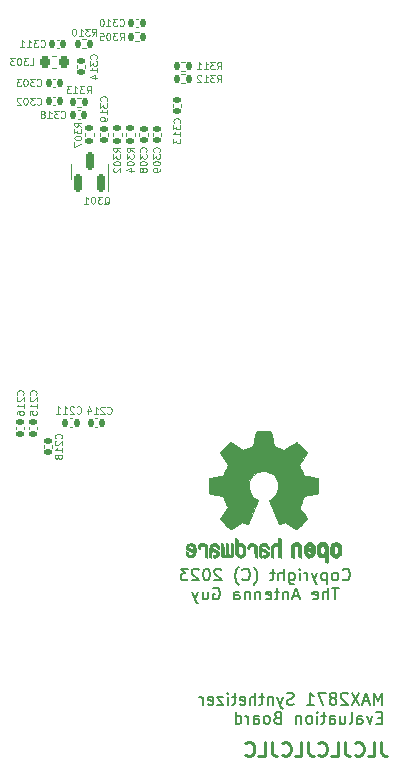
<source format=gbo>
%TF.GenerationSoftware,KiCad,Pcbnew,(6.0.6-0)*%
%TF.CreationDate,2023-01-17T18:34:31+00:00*%
%TF.ProjectId,max2871-evalboard,6d617832-3837-4312-9d65-76616c626f61,1.0*%
%TF.SameCoordinates,Original*%
%TF.FileFunction,Legend,Bot*%
%TF.FilePolarity,Positive*%
%FSLAX46Y46*%
G04 Gerber Fmt 4.6, Leading zero omitted, Abs format (unit mm)*
G04 Created by KiCad (PCBNEW (6.0.6-0)) date 2023-01-17 18:34:31*
%MOMM*%
%LPD*%
G01*
G04 APERTURE LIST*
G04 Aperture macros list*
%AMRoundRect*
0 Rectangle with rounded corners*
0 $1 Rounding radius*
0 $2 $3 $4 $5 $6 $7 $8 $9 X,Y pos of 4 corners*
0 Add a 4 corners polygon primitive as box body*
4,1,4,$2,$3,$4,$5,$6,$7,$8,$9,$2,$3,0*
0 Add four circle primitives for the rounded corners*
1,1,$1+$1,$2,$3*
1,1,$1+$1,$4,$5*
1,1,$1+$1,$6,$7*
1,1,$1+$1,$8,$9*
0 Add four rect primitives between the rounded corners*
20,1,$1+$1,$2,$3,$4,$5,0*
20,1,$1+$1,$4,$5,$6,$7,0*
20,1,$1+$1,$6,$7,$8,$9,0*
20,1,$1+$1,$8,$9,$2,$3,0*%
G04 Aperture macros list end*
%ADD10C,0.130000*%
%ADD11C,0.250000*%
%ADD12C,0.200000*%
%ADD13C,0.120000*%
%ADD14C,0.010000*%
%ADD15C,0.100000*%
%ADD16R,1.800000X1.800000*%
%ADD17C,1.800000*%
%ADD18C,2.700000*%
%ADD19R,1.000000X1.000000*%
%ADD20O,1.000000X1.000000*%
%ADD21C,2.000000*%
%ADD22C,2.200000*%
%ADD23C,0.650000*%
%ADD24O,1.000000X2.000000*%
%ADD25O,1.050000X2.100000*%
%ADD26R,1.700000X1.700000*%
%ADD27O,1.700000X1.700000*%
%ADD28C,2.100000*%
%ADD29C,2.250000*%
%ADD30RoundRect,0.140000X-0.170000X0.140000X-0.170000X-0.140000X0.170000X-0.140000X0.170000X0.140000X0*%
%ADD31RoundRect,0.140000X0.170000X-0.140000X0.170000X0.140000X-0.170000X0.140000X-0.170000X-0.140000X0*%
%ADD32RoundRect,0.140000X0.140000X0.170000X-0.140000X0.170000X-0.140000X-0.170000X0.140000X-0.170000X0*%
%ADD33RoundRect,0.135000X0.135000X0.185000X-0.135000X0.185000X-0.135000X-0.185000X0.135000X-0.185000X0*%
%ADD34RoundRect,0.140000X-0.140000X-0.170000X0.140000X-0.170000X0.140000X0.170000X-0.140000X0.170000X0*%
%ADD35RoundRect,0.135000X-0.185000X0.135000X-0.185000X-0.135000X0.185000X-0.135000X0.185000X0.135000X0*%
%ADD36RoundRect,0.135000X-0.135000X-0.185000X0.135000X-0.185000X0.135000X0.185000X-0.135000X0.185000X0*%
%ADD37RoundRect,0.150000X0.150000X-0.587500X0.150000X0.587500X-0.150000X0.587500X-0.150000X-0.587500X0*%
%ADD38RoundRect,0.218750X-0.218750X-0.256250X0.218750X-0.256250X0.218750X0.256250X-0.218750X0.256250X0*%
%ADD39RoundRect,0.135000X0.185000X-0.135000X0.185000X0.135000X-0.185000X0.135000X-0.185000X-0.135000X0*%
G04 APERTURE END LIST*
D10*
X96477404Y-122647380D02*
X96477404Y-121647380D01*
X96144071Y-122361666D01*
X95810738Y-121647380D01*
X95810738Y-122647380D01*
X95382166Y-122361666D02*
X94905976Y-122361666D01*
X95477404Y-122647380D02*
X95144071Y-121647380D01*
X94810738Y-122647380D01*
X94572642Y-121647380D02*
X93905976Y-122647380D01*
X93905976Y-121647380D02*
X94572642Y-122647380D01*
X93572642Y-121742619D02*
X93525023Y-121695000D01*
X93429785Y-121647380D01*
X93191690Y-121647380D01*
X93096452Y-121695000D01*
X93048833Y-121742619D01*
X93001214Y-121837857D01*
X93001214Y-121933095D01*
X93048833Y-122075952D01*
X93620261Y-122647380D01*
X93001214Y-122647380D01*
X92429785Y-122075952D02*
X92525023Y-122028333D01*
X92572642Y-121980714D01*
X92620261Y-121885476D01*
X92620261Y-121837857D01*
X92572642Y-121742619D01*
X92525023Y-121695000D01*
X92429785Y-121647380D01*
X92239309Y-121647380D01*
X92144071Y-121695000D01*
X92096452Y-121742619D01*
X92048833Y-121837857D01*
X92048833Y-121885476D01*
X92096452Y-121980714D01*
X92144071Y-122028333D01*
X92239309Y-122075952D01*
X92429785Y-122075952D01*
X92525023Y-122123571D01*
X92572642Y-122171190D01*
X92620261Y-122266428D01*
X92620261Y-122456904D01*
X92572642Y-122552142D01*
X92525023Y-122599761D01*
X92429785Y-122647380D01*
X92239309Y-122647380D01*
X92144071Y-122599761D01*
X92096452Y-122552142D01*
X92048833Y-122456904D01*
X92048833Y-122266428D01*
X92096452Y-122171190D01*
X92144071Y-122123571D01*
X92239309Y-122075952D01*
X91715500Y-121647380D02*
X91048833Y-121647380D01*
X91477404Y-122647380D01*
X90144071Y-122647380D02*
X90715500Y-122647380D01*
X90429785Y-122647380D02*
X90429785Y-121647380D01*
X90525023Y-121790238D01*
X90620261Y-121885476D01*
X90715500Y-121933095D01*
X89001214Y-122599761D02*
X88858357Y-122647380D01*
X88620261Y-122647380D01*
X88525023Y-122599761D01*
X88477404Y-122552142D01*
X88429785Y-122456904D01*
X88429785Y-122361666D01*
X88477404Y-122266428D01*
X88525023Y-122218809D01*
X88620261Y-122171190D01*
X88810738Y-122123571D01*
X88905976Y-122075952D01*
X88953595Y-122028333D01*
X89001214Y-121933095D01*
X89001214Y-121837857D01*
X88953595Y-121742619D01*
X88905976Y-121695000D01*
X88810738Y-121647380D01*
X88572642Y-121647380D01*
X88429785Y-121695000D01*
X88096452Y-121980714D02*
X87858357Y-122647380D01*
X87620261Y-121980714D02*
X87858357Y-122647380D01*
X87953595Y-122885476D01*
X88001214Y-122933095D01*
X88096452Y-122980714D01*
X87239309Y-121980714D02*
X87239309Y-122647380D01*
X87239309Y-122075952D02*
X87191690Y-122028333D01*
X87096452Y-121980714D01*
X86953595Y-121980714D01*
X86858357Y-122028333D01*
X86810738Y-122123571D01*
X86810738Y-122647380D01*
X86477404Y-121980714D02*
X86096452Y-121980714D01*
X86334547Y-121647380D02*
X86334547Y-122504523D01*
X86286928Y-122599761D01*
X86191690Y-122647380D01*
X86096452Y-122647380D01*
X85763119Y-122647380D02*
X85763119Y-121647380D01*
X85334547Y-122647380D02*
X85334547Y-122123571D01*
X85382166Y-122028333D01*
X85477404Y-121980714D01*
X85620261Y-121980714D01*
X85715500Y-122028333D01*
X85763119Y-122075952D01*
X84477404Y-122599761D02*
X84572642Y-122647380D01*
X84763119Y-122647380D01*
X84858357Y-122599761D01*
X84905976Y-122504523D01*
X84905976Y-122123571D01*
X84858357Y-122028333D01*
X84763119Y-121980714D01*
X84572642Y-121980714D01*
X84477404Y-122028333D01*
X84429785Y-122123571D01*
X84429785Y-122218809D01*
X84905976Y-122314047D01*
X84144071Y-121980714D02*
X83763119Y-121980714D01*
X84001214Y-121647380D02*
X84001214Y-122504523D01*
X83953595Y-122599761D01*
X83858357Y-122647380D01*
X83763119Y-122647380D01*
X83429785Y-122647380D02*
X83429785Y-121980714D01*
X83429785Y-121647380D02*
X83477404Y-121695000D01*
X83429785Y-121742619D01*
X83382166Y-121695000D01*
X83429785Y-121647380D01*
X83429785Y-121742619D01*
X83048833Y-121980714D02*
X82525023Y-121980714D01*
X83048833Y-122647380D01*
X82525023Y-122647380D01*
X81763119Y-122599761D02*
X81858357Y-122647380D01*
X82048833Y-122647380D01*
X82144071Y-122599761D01*
X82191690Y-122504523D01*
X82191690Y-122123571D01*
X82144071Y-122028333D01*
X82048833Y-121980714D01*
X81858357Y-121980714D01*
X81763119Y-122028333D01*
X81715500Y-122123571D01*
X81715500Y-122218809D01*
X82191690Y-122314047D01*
X81286928Y-122647380D02*
X81286928Y-121980714D01*
X81286928Y-122171190D02*
X81239309Y-122075952D01*
X81191690Y-122028333D01*
X81096452Y-121980714D01*
X81001214Y-121980714D01*
X96477404Y-123733571D02*
X96144071Y-123733571D01*
X96001214Y-124257380D02*
X96477404Y-124257380D01*
X96477404Y-123257380D01*
X96001214Y-123257380D01*
X95667880Y-123590714D02*
X95429785Y-124257380D01*
X95191690Y-123590714D01*
X94382166Y-124257380D02*
X94382166Y-123733571D01*
X94429785Y-123638333D01*
X94525023Y-123590714D01*
X94715500Y-123590714D01*
X94810738Y-123638333D01*
X94382166Y-124209761D02*
X94477404Y-124257380D01*
X94715500Y-124257380D01*
X94810738Y-124209761D01*
X94858357Y-124114523D01*
X94858357Y-124019285D01*
X94810738Y-123924047D01*
X94715500Y-123876428D01*
X94477404Y-123876428D01*
X94382166Y-123828809D01*
X93763119Y-124257380D02*
X93858357Y-124209761D01*
X93905976Y-124114523D01*
X93905976Y-123257380D01*
X92953595Y-123590714D02*
X92953595Y-124257380D01*
X93382166Y-123590714D02*
X93382166Y-124114523D01*
X93334547Y-124209761D01*
X93239309Y-124257380D01*
X93096452Y-124257380D01*
X93001214Y-124209761D01*
X92953595Y-124162142D01*
X92048833Y-124257380D02*
X92048833Y-123733571D01*
X92096452Y-123638333D01*
X92191690Y-123590714D01*
X92382166Y-123590714D01*
X92477404Y-123638333D01*
X92048833Y-124209761D02*
X92144071Y-124257380D01*
X92382166Y-124257380D01*
X92477404Y-124209761D01*
X92525023Y-124114523D01*
X92525023Y-124019285D01*
X92477404Y-123924047D01*
X92382166Y-123876428D01*
X92144071Y-123876428D01*
X92048833Y-123828809D01*
X91715500Y-123590714D02*
X91334547Y-123590714D01*
X91572642Y-123257380D02*
X91572642Y-124114523D01*
X91525023Y-124209761D01*
X91429785Y-124257380D01*
X91334547Y-124257380D01*
X91001214Y-124257380D02*
X91001214Y-123590714D01*
X91001214Y-123257380D02*
X91048833Y-123305000D01*
X91001214Y-123352619D01*
X90953595Y-123305000D01*
X91001214Y-123257380D01*
X91001214Y-123352619D01*
X90382166Y-124257380D02*
X90477404Y-124209761D01*
X90525023Y-124162142D01*
X90572642Y-124066904D01*
X90572642Y-123781190D01*
X90525023Y-123685952D01*
X90477404Y-123638333D01*
X90382166Y-123590714D01*
X90239309Y-123590714D01*
X90144071Y-123638333D01*
X90096452Y-123685952D01*
X90048833Y-123781190D01*
X90048833Y-124066904D01*
X90096452Y-124162142D01*
X90144071Y-124209761D01*
X90239309Y-124257380D01*
X90382166Y-124257380D01*
X89620261Y-123590714D02*
X89620261Y-124257380D01*
X89620261Y-123685952D02*
X89572642Y-123638333D01*
X89477404Y-123590714D01*
X89334547Y-123590714D01*
X89239309Y-123638333D01*
X89191690Y-123733571D01*
X89191690Y-124257380D01*
X87620261Y-123733571D02*
X87477404Y-123781190D01*
X87429785Y-123828809D01*
X87382166Y-123924047D01*
X87382166Y-124066904D01*
X87429785Y-124162142D01*
X87477404Y-124209761D01*
X87572642Y-124257380D01*
X87953595Y-124257380D01*
X87953595Y-123257380D01*
X87620261Y-123257380D01*
X87525023Y-123305000D01*
X87477404Y-123352619D01*
X87429785Y-123447857D01*
X87429785Y-123543095D01*
X87477404Y-123638333D01*
X87525023Y-123685952D01*
X87620261Y-123733571D01*
X87953595Y-123733571D01*
X86810738Y-124257380D02*
X86905976Y-124209761D01*
X86953595Y-124162142D01*
X87001214Y-124066904D01*
X87001214Y-123781190D01*
X86953595Y-123685952D01*
X86905976Y-123638333D01*
X86810738Y-123590714D01*
X86667880Y-123590714D01*
X86572642Y-123638333D01*
X86525023Y-123685952D01*
X86477404Y-123781190D01*
X86477404Y-124066904D01*
X86525023Y-124162142D01*
X86572642Y-124209761D01*
X86667880Y-124257380D01*
X86810738Y-124257380D01*
X85620261Y-124257380D02*
X85620261Y-123733571D01*
X85667880Y-123638333D01*
X85763119Y-123590714D01*
X85953595Y-123590714D01*
X86048833Y-123638333D01*
X85620261Y-124209761D02*
X85715500Y-124257380D01*
X85953595Y-124257380D01*
X86048833Y-124209761D01*
X86096452Y-124114523D01*
X86096452Y-124019285D01*
X86048833Y-123924047D01*
X85953595Y-123876428D01*
X85715500Y-123876428D01*
X85620261Y-123828809D01*
X85144071Y-124257380D02*
X85144071Y-123590714D01*
X85144071Y-123781190D02*
X85096452Y-123685952D01*
X85048833Y-123638333D01*
X84953595Y-123590714D01*
X84858357Y-123590714D01*
X84096452Y-124257380D02*
X84096452Y-123257380D01*
X84096452Y-124209761D02*
X84191690Y-124257380D01*
X84382166Y-124257380D01*
X84477404Y-124209761D01*
X84525023Y-124162142D01*
X84572642Y-124066904D01*
X84572642Y-123781190D01*
X84525023Y-123685952D01*
X84477404Y-123638333D01*
X84382166Y-123590714D01*
X84191690Y-123590714D01*
X84096452Y-123638333D01*
D11*
X96408928Y-125792857D02*
X96408928Y-126650000D01*
X96466071Y-126821428D01*
X96580357Y-126935714D01*
X96751785Y-126992857D01*
X96866071Y-126992857D01*
X95266071Y-126992857D02*
X95837500Y-126992857D01*
X95837500Y-125792857D01*
X94180357Y-126878571D02*
X94237500Y-126935714D01*
X94408928Y-126992857D01*
X94523214Y-126992857D01*
X94694642Y-126935714D01*
X94808928Y-126821428D01*
X94866071Y-126707142D01*
X94923214Y-126478571D01*
X94923214Y-126307142D01*
X94866071Y-126078571D01*
X94808928Y-125964285D01*
X94694642Y-125850000D01*
X94523214Y-125792857D01*
X94408928Y-125792857D01*
X94237500Y-125850000D01*
X94180357Y-125907142D01*
X93323214Y-125792857D02*
X93323214Y-126650000D01*
X93380357Y-126821428D01*
X93494642Y-126935714D01*
X93666071Y-126992857D01*
X93780357Y-126992857D01*
X92180357Y-126992857D02*
X92751785Y-126992857D01*
X92751785Y-125792857D01*
X91094642Y-126878571D02*
X91151785Y-126935714D01*
X91323214Y-126992857D01*
X91437500Y-126992857D01*
X91608928Y-126935714D01*
X91723214Y-126821428D01*
X91780357Y-126707142D01*
X91837500Y-126478571D01*
X91837500Y-126307142D01*
X91780357Y-126078571D01*
X91723214Y-125964285D01*
X91608928Y-125850000D01*
X91437500Y-125792857D01*
X91323214Y-125792857D01*
X91151785Y-125850000D01*
X91094642Y-125907142D01*
X90237500Y-125792857D02*
X90237500Y-126650000D01*
X90294642Y-126821428D01*
X90408928Y-126935714D01*
X90580357Y-126992857D01*
X90694642Y-126992857D01*
X89094642Y-126992857D02*
X89666071Y-126992857D01*
X89666071Y-125792857D01*
X88008928Y-126878571D02*
X88066071Y-126935714D01*
X88237500Y-126992857D01*
X88351785Y-126992857D01*
X88523214Y-126935714D01*
X88637500Y-126821428D01*
X88694642Y-126707142D01*
X88751785Y-126478571D01*
X88751785Y-126307142D01*
X88694642Y-126078571D01*
X88637500Y-125964285D01*
X88523214Y-125850000D01*
X88351785Y-125792857D01*
X88237500Y-125792857D01*
X88066071Y-125850000D01*
X88008928Y-125907142D01*
X87151785Y-125792857D02*
X87151785Y-126650000D01*
X87208928Y-126821428D01*
X87323214Y-126935714D01*
X87494642Y-126992857D01*
X87608928Y-126992857D01*
X86008928Y-126992857D02*
X86580357Y-126992857D01*
X86580357Y-125792857D01*
X84923214Y-126878571D02*
X84980357Y-126935714D01*
X85151785Y-126992857D01*
X85266071Y-126992857D01*
X85437500Y-126935714D01*
X85551785Y-126821428D01*
X85608928Y-126707142D01*
X85666071Y-126478571D01*
X85666071Y-126307142D01*
X85608928Y-126078571D01*
X85551785Y-125964285D01*
X85437500Y-125850000D01*
X85266071Y-125792857D01*
X85151785Y-125792857D01*
X84980357Y-125850000D01*
X84923214Y-125907142D01*
D12*
X93147619Y-112027142D02*
X93195238Y-112074761D01*
X93338095Y-112122380D01*
X93433333Y-112122380D01*
X93576190Y-112074761D01*
X93671428Y-111979523D01*
X93719047Y-111884285D01*
X93766666Y-111693809D01*
X93766666Y-111550952D01*
X93719047Y-111360476D01*
X93671428Y-111265238D01*
X93576190Y-111170000D01*
X93433333Y-111122380D01*
X93338095Y-111122380D01*
X93195238Y-111170000D01*
X93147619Y-111217619D01*
X92576190Y-112122380D02*
X92671428Y-112074761D01*
X92719047Y-112027142D01*
X92766666Y-111931904D01*
X92766666Y-111646190D01*
X92719047Y-111550952D01*
X92671428Y-111503333D01*
X92576190Y-111455714D01*
X92433333Y-111455714D01*
X92338095Y-111503333D01*
X92290476Y-111550952D01*
X92242857Y-111646190D01*
X92242857Y-111931904D01*
X92290476Y-112027142D01*
X92338095Y-112074761D01*
X92433333Y-112122380D01*
X92576190Y-112122380D01*
X91814285Y-111455714D02*
X91814285Y-112455714D01*
X91814285Y-111503333D02*
X91719047Y-111455714D01*
X91528571Y-111455714D01*
X91433333Y-111503333D01*
X91385714Y-111550952D01*
X91338095Y-111646190D01*
X91338095Y-111931904D01*
X91385714Y-112027142D01*
X91433333Y-112074761D01*
X91528571Y-112122380D01*
X91719047Y-112122380D01*
X91814285Y-112074761D01*
X91004761Y-111455714D02*
X90766666Y-112122380D01*
X90528571Y-111455714D02*
X90766666Y-112122380D01*
X90861904Y-112360476D01*
X90909523Y-112408095D01*
X91004761Y-112455714D01*
X90147619Y-112122380D02*
X90147619Y-111455714D01*
X90147619Y-111646190D02*
X90100000Y-111550952D01*
X90052380Y-111503333D01*
X89957142Y-111455714D01*
X89861904Y-111455714D01*
X89528571Y-112122380D02*
X89528571Y-111455714D01*
X89528571Y-111122380D02*
X89576190Y-111170000D01*
X89528571Y-111217619D01*
X89480952Y-111170000D01*
X89528571Y-111122380D01*
X89528571Y-111217619D01*
X88623809Y-111455714D02*
X88623809Y-112265238D01*
X88671428Y-112360476D01*
X88719047Y-112408095D01*
X88814285Y-112455714D01*
X88957142Y-112455714D01*
X89052380Y-112408095D01*
X88623809Y-112074761D02*
X88719047Y-112122380D01*
X88909523Y-112122380D01*
X89004761Y-112074761D01*
X89052380Y-112027142D01*
X89100000Y-111931904D01*
X89100000Y-111646190D01*
X89052380Y-111550952D01*
X89004761Y-111503333D01*
X88909523Y-111455714D01*
X88719047Y-111455714D01*
X88623809Y-111503333D01*
X88147619Y-112122380D02*
X88147619Y-111122380D01*
X87719047Y-112122380D02*
X87719047Y-111598571D01*
X87766666Y-111503333D01*
X87861904Y-111455714D01*
X88004761Y-111455714D01*
X88100000Y-111503333D01*
X88147619Y-111550952D01*
X87385714Y-111455714D02*
X87004761Y-111455714D01*
X87242857Y-111122380D02*
X87242857Y-111979523D01*
X87195238Y-112074761D01*
X87100000Y-112122380D01*
X87004761Y-112122380D01*
X85623809Y-112503333D02*
X85671428Y-112455714D01*
X85766666Y-112312857D01*
X85814285Y-112217619D01*
X85861904Y-112074761D01*
X85909523Y-111836666D01*
X85909523Y-111646190D01*
X85861904Y-111408095D01*
X85814285Y-111265238D01*
X85766666Y-111170000D01*
X85671428Y-111027142D01*
X85623809Y-110979523D01*
X84671428Y-112027142D02*
X84719047Y-112074761D01*
X84861904Y-112122380D01*
X84957142Y-112122380D01*
X85100000Y-112074761D01*
X85195238Y-111979523D01*
X85242857Y-111884285D01*
X85290476Y-111693809D01*
X85290476Y-111550952D01*
X85242857Y-111360476D01*
X85195238Y-111265238D01*
X85100000Y-111170000D01*
X84957142Y-111122380D01*
X84861904Y-111122380D01*
X84719047Y-111170000D01*
X84671428Y-111217619D01*
X84338095Y-112503333D02*
X84290476Y-112455714D01*
X84195238Y-112312857D01*
X84147619Y-112217619D01*
X84100000Y-112074761D01*
X84052380Y-111836666D01*
X84052380Y-111646190D01*
X84100000Y-111408095D01*
X84147619Y-111265238D01*
X84195238Y-111170000D01*
X84290476Y-111027142D01*
X84338095Y-110979523D01*
X82861904Y-111217619D02*
X82814285Y-111170000D01*
X82719047Y-111122380D01*
X82480952Y-111122380D01*
X82385714Y-111170000D01*
X82338095Y-111217619D01*
X82290476Y-111312857D01*
X82290476Y-111408095D01*
X82338095Y-111550952D01*
X82909523Y-112122380D01*
X82290476Y-112122380D01*
X81671428Y-111122380D02*
X81576190Y-111122380D01*
X81480952Y-111170000D01*
X81433333Y-111217619D01*
X81385714Y-111312857D01*
X81338095Y-111503333D01*
X81338095Y-111741428D01*
X81385714Y-111931904D01*
X81433333Y-112027142D01*
X81480952Y-112074761D01*
X81576190Y-112122380D01*
X81671428Y-112122380D01*
X81766666Y-112074761D01*
X81814285Y-112027142D01*
X81861904Y-111931904D01*
X81909523Y-111741428D01*
X81909523Y-111503333D01*
X81861904Y-111312857D01*
X81814285Y-111217619D01*
X81766666Y-111170000D01*
X81671428Y-111122380D01*
X80957142Y-111217619D02*
X80909523Y-111170000D01*
X80814285Y-111122380D01*
X80576190Y-111122380D01*
X80480952Y-111170000D01*
X80433333Y-111217619D01*
X80385714Y-111312857D01*
X80385714Y-111408095D01*
X80433333Y-111550952D01*
X81004761Y-112122380D01*
X80385714Y-112122380D01*
X80052380Y-111122380D02*
X79433333Y-111122380D01*
X79766666Y-111503333D01*
X79623809Y-111503333D01*
X79528571Y-111550952D01*
X79480952Y-111598571D01*
X79433333Y-111693809D01*
X79433333Y-111931904D01*
X79480952Y-112027142D01*
X79528571Y-112074761D01*
X79623809Y-112122380D01*
X79909523Y-112122380D01*
X80004761Y-112074761D01*
X80052380Y-112027142D01*
X92814285Y-112732380D02*
X92242857Y-112732380D01*
X92528571Y-113732380D02*
X92528571Y-112732380D01*
X91909523Y-113732380D02*
X91909523Y-112732380D01*
X91480952Y-113732380D02*
X91480952Y-113208571D01*
X91528571Y-113113333D01*
X91623809Y-113065714D01*
X91766666Y-113065714D01*
X91861904Y-113113333D01*
X91909523Y-113160952D01*
X90623809Y-113684761D02*
X90719047Y-113732380D01*
X90909523Y-113732380D01*
X91004761Y-113684761D01*
X91052380Y-113589523D01*
X91052380Y-113208571D01*
X91004761Y-113113333D01*
X90909523Y-113065714D01*
X90719047Y-113065714D01*
X90623809Y-113113333D01*
X90576190Y-113208571D01*
X90576190Y-113303809D01*
X91052380Y-113399047D01*
X89433333Y-113446666D02*
X88957142Y-113446666D01*
X89528571Y-113732380D02*
X89195238Y-112732380D01*
X88861904Y-113732380D01*
X88528571Y-113065714D02*
X88528571Y-113732380D01*
X88528571Y-113160952D02*
X88480952Y-113113333D01*
X88385714Y-113065714D01*
X88242857Y-113065714D01*
X88147619Y-113113333D01*
X88100000Y-113208571D01*
X88100000Y-113732380D01*
X87766666Y-113065714D02*
X87385714Y-113065714D01*
X87623809Y-112732380D02*
X87623809Y-113589523D01*
X87576190Y-113684761D01*
X87480952Y-113732380D01*
X87385714Y-113732380D01*
X86671428Y-113684761D02*
X86766666Y-113732380D01*
X86957142Y-113732380D01*
X87052380Y-113684761D01*
X87100000Y-113589523D01*
X87100000Y-113208571D01*
X87052380Y-113113333D01*
X86957142Y-113065714D01*
X86766666Y-113065714D01*
X86671428Y-113113333D01*
X86623809Y-113208571D01*
X86623809Y-113303809D01*
X87100000Y-113399047D01*
X86195238Y-113065714D02*
X86195238Y-113732380D01*
X86195238Y-113160952D02*
X86147619Y-113113333D01*
X86052380Y-113065714D01*
X85909523Y-113065714D01*
X85814285Y-113113333D01*
X85766666Y-113208571D01*
X85766666Y-113732380D01*
X85290476Y-113065714D02*
X85290476Y-113732380D01*
X85290476Y-113160952D02*
X85242857Y-113113333D01*
X85147619Y-113065714D01*
X85004761Y-113065714D01*
X84909523Y-113113333D01*
X84861904Y-113208571D01*
X84861904Y-113732380D01*
X83957142Y-113732380D02*
X83957142Y-113208571D01*
X84004761Y-113113333D01*
X84100000Y-113065714D01*
X84290476Y-113065714D01*
X84385714Y-113113333D01*
X83957142Y-113684761D02*
X84052380Y-113732380D01*
X84290476Y-113732380D01*
X84385714Y-113684761D01*
X84433333Y-113589523D01*
X84433333Y-113494285D01*
X84385714Y-113399047D01*
X84290476Y-113351428D01*
X84052380Y-113351428D01*
X83957142Y-113303809D01*
X82195238Y-112780000D02*
X82290476Y-112732380D01*
X82433333Y-112732380D01*
X82576190Y-112780000D01*
X82671428Y-112875238D01*
X82719047Y-112970476D01*
X82766666Y-113160952D01*
X82766666Y-113303809D01*
X82719047Y-113494285D01*
X82671428Y-113589523D01*
X82576190Y-113684761D01*
X82433333Y-113732380D01*
X82338095Y-113732380D01*
X82195238Y-113684761D01*
X82147619Y-113637142D01*
X82147619Y-113303809D01*
X82338095Y-113303809D01*
X81290476Y-113065714D02*
X81290476Y-113732380D01*
X81719047Y-113065714D02*
X81719047Y-113589523D01*
X81671428Y-113684761D01*
X81576190Y-113732380D01*
X81433333Y-113732380D01*
X81338095Y-113684761D01*
X81290476Y-113637142D01*
X80909523Y-113065714D02*
X80671428Y-113732380D01*
X80433333Y-113065714D02*
X80671428Y-113732380D01*
X80766666Y-113970476D01*
X80814285Y-114018095D01*
X80909523Y-114065714D01*
D13*
X69339285Y-100103571D02*
X69367857Y-100075000D01*
X69396428Y-99989285D01*
X69396428Y-99932142D01*
X69367857Y-99846428D01*
X69310714Y-99789285D01*
X69253571Y-99760714D01*
X69139285Y-99732142D01*
X69053571Y-99732142D01*
X68939285Y-99760714D01*
X68882142Y-99789285D01*
X68825000Y-99846428D01*
X68796428Y-99932142D01*
X68796428Y-99989285D01*
X68825000Y-100075000D01*
X68853571Y-100103571D01*
X68853571Y-100332142D02*
X68825000Y-100360714D01*
X68796428Y-100417857D01*
X68796428Y-100560714D01*
X68825000Y-100617857D01*
X68853571Y-100646428D01*
X68910714Y-100675000D01*
X68967857Y-100675000D01*
X69053571Y-100646428D01*
X69396428Y-100303571D01*
X69396428Y-100675000D01*
X69396428Y-101246428D02*
X69396428Y-100903571D01*
X69396428Y-101075000D02*
X68796428Y-101075000D01*
X68882142Y-101017857D01*
X68939285Y-100960714D01*
X68967857Y-100903571D01*
X69053571Y-101589285D02*
X69025000Y-101532142D01*
X68996428Y-101503571D01*
X68939285Y-101475000D01*
X68910714Y-101475000D01*
X68853571Y-101503571D01*
X68825000Y-101532142D01*
X68796428Y-101589285D01*
X68796428Y-101703571D01*
X68825000Y-101760714D01*
X68853571Y-101789285D01*
X68910714Y-101817857D01*
X68939285Y-101817857D01*
X68996428Y-101789285D01*
X69025000Y-101760714D01*
X69053571Y-101703571D01*
X69053571Y-101589285D01*
X69082142Y-101532142D01*
X69110714Y-101503571D01*
X69167857Y-101475000D01*
X69282142Y-101475000D01*
X69339285Y-101503571D01*
X69367857Y-101532142D01*
X69396428Y-101589285D01*
X69396428Y-101703571D01*
X69367857Y-101760714D01*
X69339285Y-101789285D01*
X69282142Y-101817857D01*
X69167857Y-101817857D01*
X69110714Y-101789285D01*
X69082142Y-101760714D01*
X69053571Y-101703571D01*
X66089285Y-96403571D02*
X66117857Y-96375000D01*
X66146428Y-96289285D01*
X66146428Y-96232142D01*
X66117857Y-96146428D01*
X66060714Y-96089285D01*
X66003571Y-96060714D01*
X65889285Y-96032142D01*
X65803571Y-96032142D01*
X65689285Y-96060714D01*
X65632142Y-96089285D01*
X65575000Y-96146428D01*
X65546428Y-96232142D01*
X65546428Y-96289285D01*
X65575000Y-96375000D01*
X65603571Y-96403571D01*
X65603571Y-96632142D02*
X65575000Y-96660714D01*
X65546428Y-96717857D01*
X65546428Y-96860714D01*
X65575000Y-96917857D01*
X65603571Y-96946428D01*
X65660714Y-96975000D01*
X65717857Y-96975000D01*
X65803571Y-96946428D01*
X66146428Y-96603571D01*
X66146428Y-96975000D01*
X66146428Y-97546428D02*
X66146428Y-97203571D01*
X66146428Y-97375000D02*
X65546428Y-97375000D01*
X65632142Y-97317857D01*
X65689285Y-97260714D01*
X65717857Y-97203571D01*
X65546428Y-98060714D02*
X65546428Y-97946428D01*
X65575000Y-97889285D01*
X65603571Y-97860714D01*
X65689285Y-97803571D01*
X65803571Y-97775000D01*
X66032142Y-97775000D01*
X66089285Y-97803571D01*
X66117857Y-97832142D01*
X66146428Y-97889285D01*
X66146428Y-98003571D01*
X66117857Y-98060714D01*
X66089285Y-98089285D01*
X66032142Y-98117857D01*
X65889285Y-98117857D01*
X65832142Y-98089285D01*
X65803571Y-98060714D01*
X65775000Y-98003571D01*
X65775000Y-97889285D01*
X65803571Y-97832142D01*
X65832142Y-97803571D01*
X65889285Y-97775000D01*
X70621428Y-97939285D02*
X70650000Y-97967857D01*
X70735714Y-97996428D01*
X70792857Y-97996428D01*
X70878571Y-97967857D01*
X70935714Y-97910714D01*
X70964285Y-97853571D01*
X70992857Y-97739285D01*
X70992857Y-97653571D01*
X70964285Y-97539285D01*
X70935714Y-97482142D01*
X70878571Y-97425000D01*
X70792857Y-97396428D01*
X70735714Y-97396428D01*
X70650000Y-97425000D01*
X70621428Y-97453571D01*
X70392857Y-97453571D02*
X70364285Y-97425000D01*
X70307142Y-97396428D01*
X70164285Y-97396428D01*
X70107142Y-97425000D01*
X70078571Y-97453571D01*
X70050000Y-97510714D01*
X70050000Y-97567857D01*
X70078571Y-97653571D01*
X70421428Y-97996428D01*
X70050000Y-97996428D01*
X69478571Y-97996428D02*
X69821428Y-97996428D01*
X69650000Y-97996428D02*
X69650000Y-97396428D01*
X69707142Y-97482142D01*
X69764285Y-97539285D01*
X69821428Y-97567857D01*
X68907142Y-97996428D02*
X69250000Y-97996428D01*
X69078571Y-97996428D02*
X69078571Y-97396428D01*
X69135714Y-97482142D01*
X69192857Y-97539285D01*
X69250000Y-97567857D01*
X67575028Y-66914685D02*
X67603600Y-66943257D01*
X67689314Y-66971828D01*
X67746457Y-66971828D01*
X67832171Y-66943257D01*
X67889314Y-66886114D01*
X67917885Y-66828971D01*
X67946457Y-66714685D01*
X67946457Y-66628971D01*
X67917885Y-66514685D01*
X67889314Y-66457542D01*
X67832171Y-66400400D01*
X67746457Y-66371828D01*
X67689314Y-66371828D01*
X67603600Y-66400400D01*
X67575028Y-66428971D01*
X67375028Y-66371828D02*
X67003600Y-66371828D01*
X67203600Y-66600400D01*
X67117885Y-66600400D01*
X67060742Y-66628971D01*
X67032171Y-66657542D01*
X67003600Y-66714685D01*
X67003600Y-66857542D01*
X67032171Y-66914685D01*
X67060742Y-66943257D01*
X67117885Y-66971828D01*
X67289314Y-66971828D01*
X67346457Y-66943257D01*
X67375028Y-66914685D01*
X66432171Y-66971828D02*
X66775028Y-66971828D01*
X66603600Y-66971828D02*
X66603600Y-66371828D01*
X66660742Y-66457542D01*
X66717885Y-66514685D01*
X66775028Y-66543257D01*
X65860742Y-66971828D02*
X66203600Y-66971828D01*
X66032171Y-66971828D02*
X66032171Y-66371828D01*
X66089314Y-66457542D01*
X66146457Y-66514685D01*
X66203600Y-66543257D01*
X71486628Y-70883428D02*
X71686628Y-70597714D01*
X71829485Y-70883428D02*
X71829485Y-70283428D01*
X71600914Y-70283428D01*
X71543771Y-70312000D01*
X71515200Y-70340571D01*
X71486628Y-70397714D01*
X71486628Y-70483428D01*
X71515200Y-70540571D01*
X71543771Y-70569142D01*
X71600914Y-70597714D01*
X71829485Y-70597714D01*
X71286628Y-70283428D02*
X70915200Y-70283428D01*
X71115200Y-70512000D01*
X71029485Y-70512000D01*
X70972342Y-70540571D01*
X70943771Y-70569142D01*
X70915200Y-70626285D01*
X70915200Y-70769142D01*
X70943771Y-70826285D01*
X70972342Y-70854857D01*
X71029485Y-70883428D01*
X71200914Y-70883428D01*
X71258057Y-70854857D01*
X71286628Y-70826285D01*
X70343771Y-70883428D02*
X70686628Y-70883428D01*
X70515200Y-70883428D02*
X70515200Y-70283428D01*
X70572342Y-70369142D01*
X70629485Y-70426285D01*
X70686628Y-70454857D01*
X70143771Y-70283428D02*
X69772342Y-70283428D01*
X69972342Y-70512000D01*
X69886628Y-70512000D01*
X69829485Y-70540571D01*
X69800914Y-70569142D01*
X69772342Y-70626285D01*
X69772342Y-70769142D01*
X69800914Y-70826285D01*
X69829485Y-70854857D01*
X69886628Y-70883428D01*
X70058057Y-70883428D01*
X70115200Y-70854857D01*
X70143771Y-70826285D01*
X73221428Y-97964285D02*
X73250000Y-97992857D01*
X73335714Y-98021428D01*
X73392857Y-98021428D01*
X73478571Y-97992857D01*
X73535714Y-97935714D01*
X73564285Y-97878571D01*
X73592857Y-97764285D01*
X73592857Y-97678571D01*
X73564285Y-97564285D01*
X73535714Y-97507142D01*
X73478571Y-97450000D01*
X73392857Y-97421428D01*
X73335714Y-97421428D01*
X73250000Y-97450000D01*
X73221428Y-97478571D01*
X72992857Y-97478571D02*
X72964285Y-97450000D01*
X72907142Y-97421428D01*
X72764285Y-97421428D01*
X72707142Y-97450000D01*
X72678571Y-97478571D01*
X72650000Y-97535714D01*
X72650000Y-97592857D01*
X72678571Y-97678571D01*
X73021428Y-98021428D01*
X72650000Y-98021428D01*
X72078571Y-98021428D02*
X72421428Y-98021428D01*
X72250000Y-98021428D02*
X72250000Y-97421428D01*
X72307142Y-97507142D01*
X72364285Y-97564285D01*
X72421428Y-97592857D01*
X71564285Y-97621428D02*
X71564285Y-98021428D01*
X71707142Y-97392857D02*
X71850000Y-97821428D01*
X71478571Y-97821428D01*
X75455428Y-75833371D02*
X75169714Y-75633371D01*
X75455428Y-75490514D02*
X74855428Y-75490514D01*
X74855428Y-75719085D01*
X74884000Y-75776228D01*
X74912571Y-75804800D01*
X74969714Y-75833371D01*
X75055428Y-75833371D01*
X75112571Y-75804800D01*
X75141142Y-75776228D01*
X75169714Y-75719085D01*
X75169714Y-75490514D01*
X74855428Y-76033371D02*
X74855428Y-76404800D01*
X75084000Y-76204800D01*
X75084000Y-76290514D01*
X75112571Y-76347657D01*
X75141142Y-76376228D01*
X75198285Y-76404800D01*
X75341142Y-76404800D01*
X75398285Y-76376228D01*
X75426857Y-76347657D01*
X75455428Y-76290514D01*
X75455428Y-76119085D01*
X75426857Y-76061942D01*
X75398285Y-76033371D01*
X74855428Y-76776228D02*
X74855428Y-76833371D01*
X74884000Y-76890514D01*
X74912571Y-76919085D01*
X74969714Y-76947657D01*
X75084000Y-76976228D01*
X75226857Y-76976228D01*
X75341142Y-76947657D01*
X75398285Y-76919085D01*
X75426857Y-76890514D01*
X75455428Y-76833371D01*
X75455428Y-76776228D01*
X75426857Y-76719085D01*
X75398285Y-76690514D01*
X75341142Y-76661942D01*
X75226857Y-76633371D01*
X75084000Y-76633371D01*
X74969714Y-76661942D01*
X74912571Y-76690514D01*
X74884000Y-76719085D01*
X74855428Y-76776228D01*
X75055428Y-77490514D02*
X75455428Y-77490514D01*
X74826857Y-77347657D02*
X75255428Y-77204800D01*
X75255428Y-77576228D01*
X74280628Y-65136685D02*
X74309200Y-65165257D01*
X74394914Y-65193828D01*
X74452057Y-65193828D01*
X74537771Y-65165257D01*
X74594914Y-65108114D01*
X74623485Y-65050971D01*
X74652057Y-64936685D01*
X74652057Y-64850971D01*
X74623485Y-64736685D01*
X74594914Y-64679542D01*
X74537771Y-64622400D01*
X74452057Y-64593828D01*
X74394914Y-64593828D01*
X74309200Y-64622400D01*
X74280628Y-64650971D01*
X74080628Y-64593828D02*
X73709200Y-64593828D01*
X73909200Y-64822400D01*
X73823485Y-64822400D01*
X73766342Y-64850971D01*
X73737771Y-64879542D01*
X73709200Y-64936685D01*
X73709200Y-65079542D01*
X73737771Y-65136685D01*
X73766342Y-65165257D01*
X73823485Y-65193828D01*
X73994914Y-65193828D01*
X74052057Y-65165257D01*
X74080628Y-65136685D01*
X73137771Y-65193828D02*
X73480628Y-65193828D01*
X73309200Y-65193828D02*
X73309200Y-64593828D01*
X73366342Y-64679542D01*
X73423485Y-64736685D01*
X73480628Y-64765257D01*
X72766342Y-64593828D02*
X72709200Y-64593828D01*
X72652057Y-64622400D01*
X72623485Y-64650971D01*
X72594914Y-64708114D01*
X72566342Y-64822400D01*
X72566342Y-64965257D01*
X72594914Y-65079542D01*
X72623485Y-65136685D01*
X72652057Y-65165257D01*
X72709200Y-65193828D01*
X72766342Y-65193828D01*
X72823485Y-65165257D01*
X72852057Y-65136685D01*
X72880628Y-65079542D01*
X72909200Y-64965257D01*
X72909200Y-64822400D01*
X72880628Y-64708114D01*
X72852057Y-64650971D01*
X72823485Y-64622400D01*
X72766342Y-64593828D01*
X74280628Y-66362228D02*
X74480628Y-66076514D01*
X74623485Y-66362228D02*
X74623485Y-65762228D01*
X74394914Y-65762228D01*
X74337771Y-65790800D01*
X74309200Y-65819371D01*
X74280628Y-65876514D01*
X74280628Y-65962228D01*
X74309200Y-66019371D01*
X74337771Y-66047942D01*
X74394914Y-66076514D01*
X74623485Y-66076514D01*
X74080628Y-65762228D02*
X73709200Y-65762228D01*
X73909200Y-65990800D01*
X73823485Y-65990800D01*
X73766342Y-66019371D01*
X73737771Y-66047942D01*
X73709200Y-66105085D01*
X73709200Y-66247942D01*
X73737771Y-66305085D01*
X73766342Y-66333657D01*
X73823485Y-66362228D01*
X73994914Y-66362228D01*
X74052057Y-66333657D01*
X74080628Y-66305085D01*
X73337771Y-65762228D02*
X73280628Y-65762228D01*
X73223485Y-65790800D01*
X73194914Y-65819371D01*
X73166342Y-65876514D01*
X73137771Y-65990800D01*
X73137771Y-66133657D01*
X73166342Y-66247942D01*
X73194914Y-66305085D01*
X73223485Y-66333657D01*
X73280628Y-66362228D01*
X73337771Y-66362228D01*
X73394914Y-66333657D01*
X73423485Y-66305085D01*
X73452057Y-66247942D01*
X73480628Y-66133657D01*
X73480628Y-65990800D01*
X73452057Y-65876514D01*
X73423485Y-65819371D01*
X73394914Y-65790800D01*
X73337771Y-65762228D01*
X72594914Y-65762228D02*
X72880628Y-65762228D01*
X72909200Y-66047942D01*
X72880628Y-66019371D01*
X72823485Y-65990800D01*
X72680628Y-65990800D01*
X72623485Y-66019371D01*
X72594914Y-66047942D01*
X72566342Y-66105085D01*
X72566342Y-66247942D01*
X72594914Y-66305085D01*
X72623485Y-66333657D01*
X72680628Y-66362228D01*
X72823485Y-66362228D01*
X72880628Y-66333657D01*
X72909200Y-66305085D01*
X71943828Y-66006628D02*
X72143828Y-65720914D01*
X72286685Y-66006628D02*
X72286685Y-65406628D01*
X72058114Y-65406628D01*
X72000971Y-65435200D01*
X71972400Y-65463771D01*
X71943828Y-65520914D01*
X71943828Y-65606628D01*
X71972400Y-65663771D01*
X72000971Y-65692342D01*
X72058114Y-65720914D01*
X72286685Y-65720914D01*
X71743828Y-65406628D02*
X71372400Y-65406628D01*
X71572400Y-65635200D01*
X71486685Y-65635200D01*
X71429542Y-65663771D01*
X71400971Y-65692342D01*
X71372400Y-65749485D01*
X71372400Y-65892342D01*
X71400971Y-65949485D01*
X71429542Y-65978057D01*
X71486685Y-66006628D01*
X71658114Y-66006628D01*
X71715257Y-65978057D01*
X71743828Y-65949485D01*
X70800971Y-66006628D02*
X71143828Y-66006628D01*
X70972400Y-66006628D02*
X70972400Y-65406628D01*
X71029542Y-65492342D01*
X71086685Y-65549485D01*
X71143828Y-65578057D01*
X70429542Y-65406628D02*
X70372400Y-65406628D01*
X70315257Y-65435200D01*
X70286685Y-65463771D01*
X70258114Y-65520914D01*
X70229542Y-65635200D01*
X70229542Y-65778057D01*
X70258114Y-65892342D01*
X70286685Y-65949485D01*
X70315257Y-65978057D01*
X70372400Y-66006628D01*
X70429542Y-66006628D01*
X70486685Y-65978057D01*
X70515257Y-65949485D01*
X70543828Y-65892342D01*
X70572400Y-65778057D01*
X70572400Y-65635200D01*
X70543828Y-65520914D01*
X70515257Y-65463771D01*
X70486685Y-65435200D01*
X70429542Y-65406628D01*
X73163085Y-71515371D02*
X73191657Y-71486800D01*
X73220228Y-71401085D01*
X73220228Y-71343942D01*
X73191657Y-71258228D01*
X73134514Y-71201085D01*
X73077371Y-71172514D01*
X72963085Y-71143942D01*
X72877371Y-71143942D01*
X72763085Y-71172514D01*
X72705942Y-71201085D01*
X72648800Y-71258228D01*
X72620228Y-71343942D01*
X72620228Y-71401085D01*
X72648800Y-71486800D01*
X72677371Y-71515371D01*
X72620228Y-71715371D02*
X72620228Y-72086800D01*
X72848800Y-71886800D01*
X72848800Y-71972514D01*
X72877371Y-72029657D01*
X72905942Y-72058228D01*
X72963085Y-72086800D01*
X73105942Y-72086800D01*
X73163085Y-72058228D01*
X73191657Y-72029657D01*
X73220228Y-71972514D01*
X73220228Y-71801085D01*
X73191657Y-71743942D01*
X73163085Y-71715371D01*
X73220228Y-72658228D02*
X73220228Y-72315371D01*
X73220228Y-72486800D02*
X72620228Y-72486800D01*
X72705942Y-72429657D01*
X72763085Y-72372514D01*
X72791657Y-72315371D01*
X73220228Y-72943942D02*
X73220228Y-73058228D01*
X73191657Y-73115371D01*
X73163085Y-73143942D01*
X73077371Y-73201085D01*
X72963085Y-73229657D01*
X72734514Y-73229657D01*
X72677371Y-73201085D01*
X72648800Y-73172514D01*
X72620228Y-73115371D01*
X72620228Y-73001085D01*
X72648800Y-72943942D01*
X72677371Y-72915371D01*
X72734514Y-72886800D01*
X72877371Y-72886800D01*
X72934514Y-72915371D01*
X72963085Y-72943942D01*
X72991657Y-73001085D01*
X72991657Y-73115371D01*
X72963085Y-73172514D01*
X72934514Y-73201085D01*
X72877371Y-73229657D01*
X67189285Y-96403571D02*
X67217857Y-96375000D01*
X67246428Y-96289285D01*
X67246428Y-96232142D01*
X67217857Y-96146428D01*
X67160714Y-96089285D01*
X67103571Y-96060714D01*
X66989285Y-96032142D01*
X66903571Y-96032142D01*
X66789285Y-96060714D01*
X66732142Y-96089285D01*
X66675000Y-96146428D01*
X66646428Y-96232142D01*
X66646428Y-96289285D01*
X66675000Y-96375000D01*
X66703571Y-96403571D01*
X66703571Y-96632142D02*
X66675000Y-96660714D01*
X66646428Y-96717857D01*
X66646428Y-96860714D01*
X66675000Y-96917857D01*
X66703571Y-96946428D01*
X66760714Y-96975000D01*
X66817857Y-96975000D01*
X66903571Y-96946428D01*
X67246428Y-96603571D01*
X67246428Y-96975000D01*
X67246428Y-97546428D02*
X67246428Y-97203571D01*
X67246428Y-97375000D02*
X66646428Y-97375000D01*
X66732142Y-97317857D01*
X66789285Y-97260714D01*
X66817857Y-97203571D01*
X66646428Y-98089285D02*
X66646428Y-97803571D01*
X66932142Y-97775000D01*
X66903571Y-97803571D01*
X66875000Y-97860714D01*
X66875000Y-98003571D01*
X66903571Y-98060714D01*
X66932142Y-98089285D01*
X66989285Y-98117857D01*
X67132142Y-98117857D01*
X67189285Y-98089285D01*
X67217857Y-98060714D01*
X67246428Y-98003571D01*
X67246428Y-97860714D01*
X67217857Y-97803571D01*
X67189285Y-97775000D01*
X82525828Y-69918228D02*
X82725828Y-69632514D01*
X82868685Y-69918228D02*
X82868685Y-69318228D01*
X82640114Y-69318228D01*
X82582971Y-69346800D01*
X82554400Y-69375371D01*
X82525828Y-69432514D01*
X82525828Y-69518228D01*
X82554400Y-69575371D01*
X82582971Y-69603942D01*
X82640114Y-69632514D01*
X82868685Y-69632514D01*
X82325828Y-69318228D02*
X81954400Y-69318228D01*
X82154400Y-69546800D01*
X82068685Y-69546800D01*
X82011542Y-69575371D01*
X81982971Y-69603942D01*
X81954400Y-69661085D01*
X81954400Y-69803942D01*
X81982971Y-69861085D01*
X82011542Y-69889657D01*
X82068685Y-69918228D01*
X82240114Y-69918228D01*
X82297257Y-69889657D01*
X82325828Y-69861085D01*
X81382971Y-69918228D02*
X81725828Y-69918228D01*
X81554400Y-69918228D02*
X81554400Y-69318228D01*
X81611542Y-69403942D01*
X81668685Y-69461085D01*
X81725828Y-69489657D01*
X81154400Y-69375371D02*
X81125828Y-69346800D01*
X81068685Y-69318228D01*
X80925828Y-69318228D01*
X80868685Y-69346800D01*
X80840114Y-69375371D01*
X80811542Y-69432514D01*
X80811542Y-69489657D01*
X80840114Y-69575371D01*
X81182971Y-69918228D01*
X80811542Y-69918228D01*
X72967771Y-80287771D02*
X73024914Y-80259200D01*
X73082057Y-80202057D01*
X73167771Y-80116342D01*
X73224914Y-80087771D01*
X73282057Y-80087771D01*
X73253485Y-80230628D02*
X73310628Y-80202057D01*
X73367771Y-80144914D01*
X73396342Y-80030628D01*
X73396342Y-79830628D01*
X73367771Y-79716342D01*
X73310628Y-79659200D01*
X73253485Y-79630628D01*
X73139200Y-79630628D01*
X73082057Y-79659200D01*
X73024914Y-79716342D01*
X72996342Y-79830628D01*
X72996342Y-80030628D01*
X73024914Y-80144914D01*
X73082057Y-80202057D01*
X73139200Y-80230628D01*
X73253485Y-80230628D01*
X72796342Y-79630628D02*
X72424914Y-79630628D01*
X72624914Y-79859200D01*
X72539200Y-79859200D01*
X72482057Y-79887771D01*
X72453485Y-79916342D01*
X72424914Y-79973485D01*
X72424914Y-80116342D01*
X72453485Y-80173485D01*
X72482057Y-80202057D01*
X72539200Y-80230628D01*
X72710628Y-80230628D01*
X72767771Y-80202057D01*
X72796342Y-80173485D01*
X72053485Y-79630628D02*
X71996342Y-79630628D01*
X71939200Y-79659200D01*
X71910628Y-79687771D01*
X71882057Y-79744914D01*
X71853485Y-79859200D01*
X71853485Y-80002057D01*
X71882057Y-80116342D01*
X71910628Y-80173485D01*
X71939200Y-80202057D01*
X71996342Y-80230628D01*
X72053485Y-80230628D01*
X72110628Y-80202057D01*
X72139200Y-80173485D01*
X72167771Y-80116342D01*
X72196342Y-80002057D01*
X72196342Y-79859200D01*
X72167771Y-79744914D01*
X72139200Y-79687771D01*
X72110628Y-79659200D01*
X72053485Y-79630628D01*
X71282057Y-80230628D02*
X71624914Y-80230628D01*
X71453485Y-80230628D02*
X71453485Y-79630628D01*
X71510628Y-79716342D01*
X71567771Y-79773485D01*
X71624914Y-79802057D01*
X66660628Y-68495828D02*
X66946342Y-68495828D01*
X66946342Y-67895828D01*
X66517771Y-67895828D02*
X66146342Y-67895828D01*
X66346342Y-68124400D01*
X66260628Y-68124400D01*
X66203485Y-68152971D01*
X66174914Y-68181542D01*
X66146342Y-68238685D01*
X66146342Y-68381542D01*
X66174914Y-68438685D01*
X66203485Y-68467257D01*
X66260628Y-68495828D01*
X66432057Y-68495828D01*
X66489200Y-68467257D01*
X66517771Y-68438685D01*
X65774914Y-67895828D02*
X65717771Y-67895828D01*
X65660628Y-67924400D01*
X65632057Y-67952971D01*
X65603485Y-68010114D01*
X65574914Y-68124400D01*
X65574914Y-68267257D01*
X65603485Y-68381542D01*
X65632057Y-68438685D01*
X65660628Y-68467257D01*
X65717771Y-68495828D01*
X65774914Y-68495828D01*
X65832057Y-68467257D01*
X65860628Y-68438685D01*
X65889200Y-68381542D01*
X65917771Y-68267257D01*
X65917771Y-68124400D01*
X65889200Y-68010114D01*
X65860628Y-67952971D01*
X65832057Y-67924400D01*
X65774914Y-67895828D01*
X65374914Y-67895828D02*
X65003485Y-67895828D01*
X65203485Y-68124400D01*
X65117771Y-68124400D01*
X65060628Y-68152971D01*
X65032057Y-68181542D01*
X65003485Y-68238685D01*
X65003485Y-68381542D01*
X65032057Y-68438685D01*
X65060628Y-68467257D01*
X65117771Y-68495828D01*
X65289200Y-68495828D01*
X65346342Y-68467257D01*
X65374914Y-68438685D01*
X82525828Y-68851428D02*
X82725828Y-68565714D01*
X82868685Y-68851428D02*
X82868685Y-68251428D01*
X82640114Y-68251428D01*
X82582971Y-68280000D01*
X82554400Y-68308571D01*
X82525828Y-68365714D01*
X82525828Y-68451428D01*
X82554400Y-68508571D01*
X82582971Y-68537142D01*
X82640114Y-68565714D01*
X82868685Y-68565714D01*
X82325828Y-68251428D02*
X81954400Y-68251428D01*
X82154400Y-68480000D01*
X82068685Y-68480000D01*
X82011542Y-68508571D01*
X81982971Y-68537142D01*
X81954400Y-68594285D01*
X81954400Y-68737142D01*
X81982971Y-68794285D01*
X82011542Y-68822857D01*
X82068685Y-68851428D01*
X82240114Y-68851428D01*
X82297257Y-68822857D01*
X82325828Y-68794285D01*
X81382971Y-68851428D02*
X81725828Y-68851428D01*
X81554400Y-68851428D02*
X81554400Y-68251428D01*
X81611542Y-68337142D01*
X81668685Y-68394285D01*
X81725828Y-68422857D01*
X80811542Y-68851428D02*
X81154400Y-68851428D01*
X80982971Y-68851428D02*
X80982971Y-68251428D01*
X81040114Y-68337142D01*
X81097257Y-68394285D01*
X81154400Y-68422857D01*
X71035828Y-73699771D02*
X70750114Y-73499771D01*
X71035828Y-73356914D02*
X70435828Y-73356914D01*
X70435828Y-73585485D01*
X70464400Y-73642628D01*
X70492971Y-73671200D01*
X70550114Y-73699771D01*
X70635828Y-73699771D01*
X70692971Y-73671200D01*
X70721542Y-73642628D01*
X70750114Y-73585485D01*
X70750114Y-73356914D01*
X70435828Y-73899771D02*
X70435828Y-74271200D01*
X70664400Y-74071200D01*
X70664400Y-74156914D01*
X70692971Y-74214057D01*
X70721542Y-74242628D01*
X70778685Y-74271200D01*
X70921542Y-74271200D01*
X70978685Y-74242628D01*
X71007257Y-74214057D01*
X71035828Y-74156914D01*
X71035828Y-73985485D01*
X71007257Y-73928342D01*
X70978685Y-73899771D01*
X70435828Y-74642628D02*
X70435828Y-74699771D01*
X70464400Y-74756914D01*
X70492971Y-74785485D01*
X70550114Y-74814057D01*
X70664400Y-74842628D01*
X70807257Y-74842628D01*
X70921542Y-74814057D01*
X70978685Y-74785485D01*
X71007257Y-74756914D01*
X71035828Y-74699771D01*
X71035828Y-74642628D01*
X71007257Y-74585485D01*
X70978685Y-74556914D01*
X70921542Y-74528342D01*
X70807257Y-74499771D01*
X70664400Y-74499771D01*
X70550114Y-74528342D01*
X70492971Y-74556914D01*
X70464400Y-74585485D01*
X70435828Y-74642628D01*
X70435828Y-75042628D02*
X70435828Y-75442628D01*
X71035828Y-75185485D01*
X76515885Y-75833371D02*
X76544457Y-75804800D01*
X76573028Y-75719085D01*
X76573028Y-75661942D01*
X76544457Y-75576228D01*
X76487314Y-75519085D01*
X76430171Y-75490514D01*
X76315885Y-75461942D01*
X76230171Y-75461942D01*
X76115885Y-75490514D01*
X76058742Y-75519085D01*
X76001600Y-75576228D01*
X75973028Y-75661942D01*
X75973028Y-75719085D01*
X76001600Y-75804800D01*
X76030171Y-75833371D01*
X75973028Y-76033371D02*
X75973028Y-76404800D01*
X76201600Y-76204800D01*
X76201600Y-76290514D01*
X76230171Y-76347657D01*
X76258742Y-76376228D01*
X76315885Y-76404800D01*
X76458742Y-76404800D01*
X76515885Y-76376228D01*
X76544457Y-76347657D01*
X76573028Y-76290514D01*
X76573028Y-76119085D01*
X76544457Y-76061942D01*
X76515885Y-76033371D01*
X75973028Y-76776228D02*
X75973028Y-76833371D01*
X76001600Y-76890514D01*
X76030171Y-76919085D01*
X76087314Y-76947657D01*
X76201600Y-76976228D01*
X76344457Y-76976228D01*
X76458742Y-76947657D01*
X76515885Y-76919085D01*
X76544457Y-76890514D01*
X76573028Y-76833371D01*
X76573028Y-76776228D01*
X76544457Y-76719085D01*
X76515885Y-76690514D01*
X76458742Y-76661942D01*
X76344457Y-76633371D01*
X76201600Y-76633371D01*
X76087314Y-76661942D01*
X76030171Y-76690514D01*
X76001600Y-76719085D01*
X75973028Y-76776228D01*
X76230171Y-77319085D02*
X76201600Y-77261942D01*
X76173028Y-77233371D01*
X76115885Y-77204800D01*
X76087314Y-77204800D01*
X76030171Y-77233371D01*
X76001600Y-77261942D01*
X75973028Y-77319085D01*
X75973028Y-77433371D01*
X76001600Y-77490514D01*
X76030171Y-77519085D01*
X76087314Y-77547657D01*
X76115885Y-77547657D01*
X76173028Y-77519085D01*
X76201600Y-77490514D01*
X76230171Y-77433371D01*
X76230171Y-77319085D01*
X76258742Y-77261942D01*
X76287314Y-77233371D01*
X76344457Y-77204800D01*
X76458742Y-77204800D01*
X76515885Y-77233371D01*
X76544457Y-77261942D01*
X76573028Y-77319085D01*
X76573028Y-77433371D01*
X76544457Y-77490514D01*
X76515885Y-77519085D01*
X76458742Y-77547657D01*
X76344457Y-77547657D01*
X76287314Y-77519085D01*
X76258742Y-77490514D01*
X76230171Y-77433371D01*
X67270228Y-70216685D02*
X67298800Y-70245257D01*
X67384514Y-70273828D01*
X67441657Y-70273828D01*
X67527371Y-70245257D01*
X67584514Y-70188114D01*
X67613085Y-70130971D01*
X67641657Y-70016685D01*
X67641657Y-69930971D01*
X67613085Y-69816685D01*
X67584514Y-69759542D01*
X67527371Y-69702400D01*
X67441657Y-69673828D01*
X67384514Y-69673828D01*
X67298800Y-69702400D01*
X67270228Y-69730971D01*
X67070228Y-69673828D02*
X66698800Y-69673828D01*
X66898800Y-69902400D01*
X66813085Y-69902400D01*
X66755942Y-69930971D01*
X66727371Y-69959542D01*
X66698800Y-70016685D01*
X66698800Y-70159542D01*
X66727371Y-70216685D01*
X66755942Y-70245257D01*
X66813085Y-70273828D01*
X66984514Y-70273828D01*
X67041657Y-70245257D01*
X67070228Y-70216685D01*
X66327371Y-69673828D02*
X66270228Y-69673828D01*
X66213085Y-69702400D01*
X66184514Y-69730971D01*
X66155942Y-69788114D01*
X66127371Y-69902400D01*
X66127371Y-70045257D01*
X66155942Y-70159542D01*
X66184514Y-70216685D01*
X66213085Y-70245257D01*
X66270228Y-70273828D01*
X66327371Y-70273828D01*
X66384514Y-70245257D01*
X66413085Y-70216685D01*
X66441657Y-70159542D01*
X66470228Y-70045257D01*
X66470228Y-69902400D01*
X66441657Y-69788114D01*
X66413085Y-69730971D01*
X66384514Y-69702400D01*
X66327371Y-69673828D01*
X65927371Y-69673828D02*
X65555942Y-69673828D01*
X65755942Y-69902400D01*
X65670228Y-69902400D01*
X65613085Y-69930971D01*
X65584514Y-69959542D01*
X65555942Y-70016685D01*
X65555942Y-70159542D01*
X65584514Y-70216685D01*
X65613085Y-70245257D01*
X65670228Y-70273828D01*
X65841657Y-70273828D01*
X65898800Y-70245257D01*
X65927371Y-70216685D01*
X69302228Y-72909085D02*
X69330800Y-72937657D01*
X69416514Y-72966228D01*
X69473657Y-72966228D01*
X69559371Y-72937657D01*
X69616514Y-72880514D01*
X69645085Y-72823371D01*
X69673657Y-72709085D01*
X69673657Y-72623371D01*
X69645085Y-72509085D01*
X69616514Y-72451942D01*
X69559371Y-72394800D01*
X69473657Y-72366228D01*
X69416514Y-72366228D01*
X69330800Y-72394800D01*
X69302228Y-72423371D01*
X69102228Y-72366228D02*
X68730800Y-72366228D01*
X68930800Y-72594800D01*
X68845085Y-72594800D01*
X68787942Y-72623371D01*
X68759371Y-72651942D01*
X68730800Y-72709085D01*
X68730800Y-72851942D01*
X68759371Y-72909085D01*
X68787942Y-72937657D01*
X68845085Y-72966228D01*
X69016514Y-72966228D01*
X69073657Y-72937657D01*
X69102228Y-72909085D01*
X68159371Y-72966228D02*
X68502228Y-72966228D01*
X68330800Y-72966228D02*
X68330800Y-72366228D01*
X68387942Y-72451942D01*
X68445085Y-72509085D01*
X68502228Y-72537657D01*
X67816514Y-72623371D02*
X67873657Y-72594800D01*
X67902228Y-72566228D01*
X67930800Y-72509085D01*
X67930800Y-72480514D01*
X67902228Y-72423371D01*
X67873657Y-72394800D01*
X67816514Y-72366228D01*
X67702228Y-72366228D01*
X67645085Y-72394800D01*
X67616514Y-72423371D01*
X67587942Y-72480514D01*
X67587942Y-72509085D01*
X67616514Y-72566228D01*
X67645085Y-72594800D01*
X67702228Y-72623371D01*
X67816514Y-72623371D01*
X67873657Y-72651942D01*
X67902228Y-72680514D01*
X67930800Y-72737657D01*
X67930800Y-72851942D01*
X67902228Y-72909085D01*
X67873657Y-72937657D01*
X67816514Y-72966228D01*
X67702228Y-72966228D01*
X67645085Y-72937657D01*
X67616514Y-72909085D01*
X67587942Y-72851942D01*
X67587942Y-72737657D01*
X67616514Y-72680514D01*
X67645085Y-72651942D01*
X67702228Y-72623371D01*
X72299485Y-67959371D02*
X72328057Y-67930800D01*
X72356628Y-67845085D01*
X72356628Y-67787942D01*
X72328057Y-67702228D01*
X72270914Y-67645085D01*
X72213771Y-67616514D01*
X72099485Y-67587942D01*
X72013771Y-67587942D01*
X71899485Y-67616514D01*
X71842342Y-67645085D01*
X71785200Y-67702228D01*
X71756628Y-67787942D01*
X71756628Y-67845085D01*
X71785200Y-67930800D01*
X71813771Y-67959371D01*
X71756628Y-68159371D02*
X71756628Y-68530800D01*
X71985200Y-68330800D01*
X71985200Y-68416514D01*
X72013771Y-68473657D01*
X72042342Y-68502228D01*
X72099485Y-68530800D01*
X72242342Y-68530800D01*
X72299485Y-68502228D01*
X72328057Y-68473657D01*
X72356628Y-68416514D01*
X72356628Y-68245085D01*
X72328057Y-68187942D01*
X72299485Y-68159371D01*
X72356628Y-69102228D02*
X72356628Y-68759371D01*
X72356628Y-68930800D02*
X71756628Y-68930800D01*
X71842342Y-68873657D01*
X71899485Y-68816514D01*
X71928057Y-68759371D01*
X71956628Y-69616514D02*
X72356628Y-69616514D01*
X71728057Y-69473657D02*
X72156628Y-69330800D01*
X72156628Y-69702228D01*
X74337828Y-75833371D02*
X74052114Y-75633371D01*
X74337828Y-75490514D02*
X73737828Y-75490514D01*
X73737828Y-75719085D01*
X73766400Y-75776228D01*
X73794971Y-75804800D01*
X73852114Y-75833371D01*
X73937828Y-75833371D01*
X73994971Y-75804800D01*
X74023542Y-75776228D01*
X74052114Y-75719085D01*
X74052114Y-75490514D01*
X73737828Y-76033371D02*
X73737828Y-76404800D01*
X73966400Y-76204800D01*
X73966400Y-76290514D01*
X73994971Y-76347657D01*
X74023542Y-76376228D01*
X74080685Y-76404800D01*
X74223542Y-76404800D01*
X74280685Y-76376228D01*
X74309257Y-76347657D01*
X74337828Y-76290514D01*
X74337828Y-76119085D01*
X74309257Y-76061942D01*
X74280685Y-76033371D01*
X73737828Y-76776228D02*
X73737828Y-76833371D01*
X73766400Y-76890514D01*
X73794971Y-76919085D01*
X73852114Y-76947657D01*
X73966400Y-76976228D01*
X74109257Y-76976228D01*
X74223542Y-76947657D01*
X74280685Y-76919085D01*
X74309257Y-76890514D01*
X74337828Y-76833371D01*
X74337828Y-76776228D01*
X74309257Y-76719085D01*
X74280685Y-76690514D01*
X74223542Y-76661942D01*
X74109257Y-76633371D01*
X73966400Y-76633371D01*
X73852114Y-76661942D01*
X73794971Y-76690514D01*
X73766400Y-76719085D01*
X73737828Y-76776228D01*
X73794971Y-77204800D02*
X73766400Y-77233371D01*
X73737828Y-77290514D01*
X73737828Y-77433371D01*
X73766400Y-77490514D01*
X73794971Y-77519085D01*
X73852114Y-77547657D01*
X73909257Y-77547657D01*
X73994971Y-77519085D01*
X74337828Y-77176228D01*
X74337828Y-77547657D01*
X77633485Y-75833371D02*
X77662057Y-75804800D01*
X77690628Y-75719085D01*
X77690628Y-75661942D01*
X77662057Y-75576228D01*
X77604914Y-75519085D01*
X77547771Y-75490514D01*
X77433485Y-75461942D01*
X77347771Y-75461942D01*
X77233485Y-75490514D01*
X77176342Y-75519085D01*
X77119200Y-75576228D01*
X77090628Y-75661942D01*
X77090628Y-75719085D01*
X77119200Y-75804800D01*
X77147771Y-75833371D01*
X77090628Y-76033371D02*
X77090628Y-76404800D01*
X77319200Y-76204800D01*
X77319200Y-76290514D01*
X77347771Y-76347657D01*
X77376342Y-76376228D01*
X77433485Y-76404800D01*
X77576342Y-76404800D01*
X77633485Y-76376228D01*
X77662057Y-76347657D01*
X77690628Y-76290514D01*
X77690628Y-76119085D01*
X77662057Y-76061942D01*
X77633485Y-76033371D01*
X77090628Y-76776228D02*
X77090628Y-76833371D01*
X77119200Y-76890514D01*
X77147771Y-76919085D01*
X77204914Y-76947657D01*
X77319200Y-76976228D01*
X77462057Y-76976228D01*
X77576342Y-76947657D01*
X77633485Y-76919085D01*
X77662057Y-76890514D01*
X77690628Y-76833371D01*
X77690628Y-76776228D01*
X77662057Y-76719085D01*
X77633485Y-76690514D01*
X77576342Y-76661942D01*
X77462057Y-76633371D01*
X77319200Y-76633371D01*
X77204914Y-76661942D01*
X77147771Y-76690514D01*
X77119200Y-76719085D01*
X77090628Y-76776228D01*
X77690628Y-77261942D02*
X77690628Y-77376228D01*
X77662057Y-77433371D01*
X77633485Y-77461942D01*
X77547771Y-77519085D01*
X77433485Y-77547657D01*
X77204914Y-77547657D01*
X77147771Y-77519085D01*
X77119200Y-77490514D01*
X77090628Y-77433371D01*
X77090628Y-77319085D01*
X77119200Y-77261942D01*
X77147771Y-77233371D01*
X77204914Y-77204800D01*
X77347771Y-77204800D01*
X77404914Y-77233371D01*
X77433485Y-77261942D01*
X77462057Y-77319085D01*
X77462057Y-77433371D01*
X77433485Y-77490514D01*
X77404914Y-77519085D01*
X77347771Y-77547657D01*
X67270228Y-71791485D02*
X67298800Y-71820057D01*
X67384514Y-71848628D01*
X67441657Y-71848628D01*
X67527371Y-71820057D01*
X67584514Y-71762914D01*
X67613085Y-71705771D01*
X67641657Y-71591485D01*
X67641657Y-71505771D01*
X67613085Y-71391485D01*
X67584514Y-71334342D01*
X67527371Y-71277200D01*
X67441657Y-71248628D01*
X67384514Y-71248628D01*
X67298800Y-71277200D01*
X67270228Y-71305771D01*
X67070228Y-71248628D02*
X66698800Y-71248628D01*
X66898800Y-71477200D01*
X66813085Y-71477200D01*
X66755942Y-71505771D01*
X66727371Y-71534342D01*
X66698800Y-71591485D01*
X66698800Y-71734342D01*
X66727371Y-71791485D01*
X66755942Y-71820057D01*
X66813085Y-71848628D01*
X66984514Y-71848628D01*
X67041657Y-71820057D01*
X67070228Y-71791485D01*
X66327371Y-71248628D02*
X66270228Y-71248628D01*
X66213085Y-71277200D01*
X66184514Y-71305771D01*
X66155942Y-71362914D01*
X66127371Y-71477200D01*
X66127371Y-71620057D01*
X66155942Y-71734342D01*
X66184514Y-71791485D01*
X66213085Y-71820057D01*
X66270228Y-71848628D01*
X66327371Y-71848628D01*
X66384514Y-71820057D01*
X66413085Y-71791485D01*
X66441657Y-71734342D01*
X66470228Y-71620057D01*
X66470228Y-71477200D01*
X66441657Y-71362914D01*
X66413085Y-71305771D01*
X66384514Y-71277200D01*
X66327371Y-71248628D01*
X65898800Y-71305771D02*
X65870228Y-71277200D01*
X65813085Y-71248628D01*
X65670228Y-71248628D01*
X65613085Y-71277200D01*
X65584514Y-71305771D01*
X65555942Y-71362914D01*
X65555942Y-71420057D01*
X65584514Y-71505771D01*
X65927371Y-71848628D01*
X65555942Y-71848628D01*
X79360685Y-73369571D02*
X79389257Y-73341000D01*
X79417828Y-73255285D01*
X79417828Y-73198142D01*
X79389257Y-73112428D01*
X79332114Y-73055285D01*
X79274971Y-73026714D01*
X79160685Y-72998142D01*
X79074971Y-72998142D01*
X78960685Y-73026714D01*
X78903542Y-73055285D01*
X78846400Y-73112428D01*
X78817828Y-73198142D01*
X78817828Y-73255285D01*
X78846400Y-73341000D01*
X78874971Y-73369571D01*
X78817828Y-73569571D02*
X78817828Y-73941000D01*
X79046400Y-73741000D01*
X79046400Y-73826714D01*
X79074971Y-73883857D01*
X79103542Y-73912428D01*
X79160685Y-73941000D01*
X79303542Y-73941000D01*
X79360685Y-73912428D01*
X79389257Y-73883857D01*
X79417828Y-73826714D01*
X79417828Y-73655285D01*
X79389257Y-73598142D01*
X79360685Y-73569571D01*
X79417828Y-74512428D02*
X79417828Y-74169571D01*
X79417828Y-74341000D02*
X78817828Y-74341000D01*
X78903542Y-74283857D01*
X78960685Y-74226714D01*
X78989257Y-74169571D01*
X78817828Y-74712428D02*
X78817828Y-75083857D01*
X79046400Y-74883857D01*
X79046400Y-74969571D01*
X79074971Y-75026714D01*
X79103542Y-75055285D01*
X79160685Y-75083857D01*
X79303542Y-75083857D01*
X79360685Y-75055285D01*
X79389257Y-75026714D01*
X79417828Y-74969571D01*
X79417828Y-74798142D01*
X79389257Y-74741000D01*
X79360685Y-74712428D01*
X67864400Y-100679364D02*
X67864400Y-100895036D01*
X68584400Y-100679364D02*
X68584400Y-100895036D01*
X66196800Y-99320236D02*
X66196800Y-99104564D01*
X65476800Y-99320236D02*
X65476800Y-99104564D01*
X70262636Y-98395200D02*
X70046964Y-98395200D01*
X70262636Y-99115200D02*
X70046964Y-99115200D01*
X69145036Y-66340400D02*
X68929364Y-66340400D01*
X69145036Y-67060400D02*
X68929364Y-67060400D01*
X70968841Y-71248000D02*
X70661559Y-71248000D01*
X70968841Y-72008000D02*
X70661559Y-72008000D01*
X72180564Y-99115200D02*
X72396236Y-99115200D01*
X72180564Y-98395200D02*
X72396236Y-98395200D01*
X74804000Y-74217559D02*
X74804000Y-74524841D01*
X75564000Y-74217559D02*
X75564000Y-74524841D01*
X75634964Y-64562400D02*
X75850636Y-64562400D01*
X75634964Y-65282400D02*
X75850636Y-65282400D01*
X75896441Y-65710800D02*
X75589159Y-65710800D01*
X75896441Y-66470800D02*
X75589159Y-66470800D01*
X71118759Y-67080400D02*
X71426041Y-67080400D01*
X71118759Y-66320400D02*
X71426041Y-66320400D01*
G36*
X84900219Y-109689135D02*
G01*
X84883739Y-109844320D01*
X84847883Y-109960612D01*
X84788455Y-110049411D01*
X84701257Y-110122119D01*
X84618195Y-110164150D01*
X84478709Y-110187538D01*
X84339412Y-110161965D01*
X84213510Y-110090694D01*
X84114210Y-109976991D01*
X84102219Y-109956024D01*
X84086384Y-109919291D01*
X84074638Y-109872415D01*
X84066378Y-109807355D01*
X84060998Y-109716070D01*
X84057892Y-109590519D01*
X84057797Y-109579379D01*
X84260345Y-109579379D01*
X84261035Y-109685644D01*
X84265400Y-109781762D01*
X84276192Y-109843811D01*
X84296126Y-109885502D01*
X84327916Y-109920543D01*
X84335364Y-109927279D01*
X84431060Y-109976992D01*
X84532312Y-109971905D01*
X84626614Y-109912362D01*
X84654694Y-109881514D01*
X84678196Y-109840618D01*
X84691322Y-109784080D01*
X84697030Y-109697657D01*
X84698276Y-109567106D01*
X84697661Y-109467487D01*
X84693407Y-109370251D01*
X84682682Y-109307502D01*
X84662707Y-109265382D01*
X84630704Y-109230032D01*
X84611905Y-109214114D01*
X84514492Y-109171235D01*
X84412437Y-109177985D01*
X84323825Y-109234123D01*
X84304749Y-109256382D01*
X84281486Y-109298293D01*
X84268036Y-109356822D01*
X84261841Y-109445880D01*
X84260345Y-109579379D01*
X84057797Y-109579379D01*
X84056457Y-109422661D01*
X84056086Y-109204455D01*
X84055977Y-108527072D01*
X84150862Y-108566819D01*
X84175949Y-108577699D01*
X84215881Y-108602268D01*
X84238739Y-108639475D01*
X84251301Y-108704541D01*
X84260345Y-108812687D01*
X84268605Y-108909788D01*
X84279523Y-108973535D01*
X84295165Y-108997323D01*
X84318736Y-108990943D01*
X84378801Y-108968525D01*
X84486145Y-108962967D01*
X84601624Y-108983728D01*
X84701257Y-109028455D01*
X84756072Y-109069856D01*
X84826452Y-109150632D01*
X84871528Y-109254195D01*
X84895496Y-109391947D01*
X84902239Y-109567106D01*
X84902553Y-109575287D01*
X84900219Y-109689135D01*
G37*
D14*
X84900219Y-109689135D02*
X84883739Y-109844320D01*
X84847883Y-109960612D01*
X84788455Y-110049411D01*
X84701257Y-110122119D01*
X84618195Y-110164150D01*
X84478709Y-110187538D01*
X84339412Y-110161965D01*
X84213510Y-110090694D01*
X84114210Y-109976991D01*
X84102219Y-109956024D01*
X84086384Y-109919291D01*
X84074638Y-109872415D01*
X84066378Y-109807355D01*
X84060998Y-109716070D01*
X84057892Y-109590519D01*
X84057797Y-109579379D01*
X84260345Y-109579379D01*
X84261035Y-109685644D01*
X84265400Y-109781762D01*
X84276192Y-109843811D01*
X84296126Y-109885502D01*
X84327916Y-109920543D01*
X84335364Y-109927279D01*
X84431060Y-109976992D01*
X84532312Y-109971905D01*
X84626614Y-109912362D01*
X84654694Y-109881514D01*
X84678196Y-109840618D01*
X84691322Y-109784080D01*
X84697030Y-109697657D01*
X84698276Y-109567106D01*
X84697661Y-109467487D01*
X84693407Y-109370251D01*
X84682682Y-109307502D01*
X84662707Y-109265382D01*
X84630704Y-109230032D01*
X84611905Y-109214114D01*
X84514492Y-109171235D01*
X84412437Y-109177985D01*
X84323825Y-109234123D01*
X84304749Y-109256382D01*
X84281486Y-109298293D01*
X84268036Y-109356822D01*
X84261841Y-109445880D01*
X84260345Y-109579379D01*
X84057797Y-109579379D01*
X84056457Y-109422661D01*
X84056086Y-109204455D01*
X84055977Y-108527072D01*
X84150862Y-108566819D01*
X84175949Y-108577699D01*
X84215881Y-108602268D01*
X84238739Y-108639475D01*
X84251301Y-108704541D01*
X84260345Y-108812687D01*
X84268605Y-108909788D01*
X84279523Y-108973535D01*
X84295165Y-108997323D01*
X84318736Y-108990943D01*
X84378801Y-108968525D01*
X84486145Y-108962967D01*
X84601624Y-108983728D01*
X84701257Y-109028455D01*
X84756072Y-109069856D01*
X84826452Y-109150632D01*
X84871528Y-109254195D01*
X84895496Y-109391947D01*
X84902239Y-109567106D01*
X84902553Y-109575287D01*
X84900219Y-109689135D01*
G36*
X89328487Y-108907689D02*
G01*
X89464848Y-108971770D01*
X89576598Y-109082584D01*
X89599761Y-109117273D01*
X89618973Y-109156590D01*
X89632598Y-109206145D01*
X89641877Y-109275568D01*
X89648050Y-109374490D01*
X89652357Y-109512539D01*
X89656038Y-109699346D01*
X89665180Y-110217542D01*
X89588383Y-110188344D01*
X89518068Y-110161520D01*
X89465424Y-110135706D01*
X89431060Y-110102431D01*
X89411093Y-110051510D01*
X89401639Y-109972761D01*
X89398814Y-109855999D01*
X89398736Y-109691042D01*
X89398336Y-109559558D01*
X89395951Y-109433394D01*
X89390259Y-109347223D01*
X89379961Y-109290672D01*
X89363755Y-109253370D01*
X89340345Y-109224943D01*
X89282793Y-109184827D01*
X89186112Y-109169706D01*
X89090465Y-109207917D01*
X89084152Y-109212810D01*
X89064477Y-109235413D01*
X89049963Y-109271664D01*
X89039394Y-109330511D01*
X89031555Y-109420901D01*
X89025227Y-109551779D01*
X89019195Y-109732095D01*
X89004598Y-110214907D01*
X88880517Y-110159283D01*
X88756437Y-110103659D01*
X88756437Y-109662851D01*
X88756951Y-109543098D01*
X88761380Y-109376506D01*
X88772594Y-109252468D01*
X88793272Y-109160987D01*
X88826093Y-109092066D01*
X88873736Y-109035707D01*
X88938877Y-108981914D01*
X89032571Y-108927719D01*
X89180175Y-108892339D01*
X89328487Y-108907689D01*
G37*
X89328487Y-108907689D02*
X89464848Y-108971770D01*
X89576598Y-109082584D01*
X89599761Y-109117273D01*
X89618973Y-109156590D01*
X89632598Y-109206145D01*
X89641877Y-109275568D01*
X89648050Y-109374490D01*
X89652357Y-109512539D01*
X89656038Y-109699346D01*
X89665180Y-110217542D01*
X89588383Y-110188344D01*
X89518068Y-110161520D01*
X89465424Y-110135706D01*
X89431060Y-110102431D01*
X89411093Y-110051510D01*
X89401639Y-109972761D01*
X89398814Y-109855999D01*
X89398736Y-109691042D01*
X89398336Y-109559558D01*
X89395951Y-109433394D01*
X89390259Y-109347223D01*
X89379961Y-109290672D01*
X89363755Y-109253370D01*
X89340345Y-109224943D01*
X89282793Y-109184827D01*
X89186112Y-109169706D01*
X89090465Y-109207917D01*
X89084152Y-109212810D01*
X89064477Y-109235413D01*
X89049963Y-109271664D01*
X89039394Y-109330511D01*
X89031555Y-109420901D01*
X89025227Y-109551779D01*
X89019195Y-109732095D01*
X89004598Y-110214907D01*
X88880517Y-110159283D01*
X88756437Y-110103659D01*
X88756437Y-109662851D01*
X88756951Y-109543098D01*
X88761380Y-109376506D01*
X88772594Y-109252468D01*
X88793272Y-109160987D01*
X88826093Y-109092066D01*
X88873736Y-109035707D01*
X88938877Y-108981914D01*
X89032571Y-108927719D01*
X89180175Y-108892339D01*
X89328487Y-108907689D01*
G36*
X81386725Y-108974619D02*
G01*
X81507261Y-109019393D01*
X81557388Y-109053034D01*
X81608152Y-109101236D01*
X81644362Y-109162551D01*
X81668393Y-109246024D01*
X81682618Y-109360697D01*
X81689412Y-109515613D01*
X81691149Y-109719814D01*
X81690809Y-109825341D01*
X81689101Y-109969541D01*
X81686201Y-110084620D01*
X81682384Y-110160822D01*
X81677925Y-110188391D01*
X81648909Y-110179272D01*
X81590339Y-110154509D01*
X81588581Y-110153707D01*
X81558167Y-110137785D01*
X81537712Y-110115938D01*
X81525240Y-110077672D01*
X81518777Y-110012495D01*
X81516348Y-109909913D01*
X81515977Y-109759433D01*
X81515229Y-109663974D01*
X81507256Y-109484571D01*
X81488998Y-109353163D01*
X81458526Y-109262859D01*
X81413912Y-109206767D01*
X81353226Y-109177994D01*
X81344807Y-109175989D01*
X81231139Y-109174423D01*
X81142492Y-109225348D01*
X81081265Y-109327445D01*
X81070346Y-109356961D01*
X81045458Y-109422283D01*
X81032854Y-109452300D01*
X81006969Y-109448164D01*
X80950439Y-109425717D01*
X80897715Y-109388647D01*
X80873678Y-109318587D01*
X80880847Y-109268406D01*
X80924897Y-109166618D01*
X80996123Y-109071235D01*
X81079415Y-109005269D01*
X81114310Y-108990018D01*
X81246443Y-108964521D01*
X81386725Y-108974619D01*
G37*
X81386725Y-108974619D02*
X81507261Y-109019393D01*
X81557388Y-109053034D01*
X81608152Y-109101236D01*
X81644362Y-109162551D01*
X81668393Y-109246024D01*
X81682618Y-109360697D01*
X81689412Y-109515613D01*
X81691149Y-109719814D01*
X81690809Y-109825341D01*
X81689101Y-109969541D01*
X81686201Y-110084620D01*
X81682384Y-110160822D01*
X81677925Y-110188391D01*
X81648909Y-110179272D01*
X81590339Y-110154509D01*
X81588581Y-110153707D01*
X81558167Y-110137785D01*
X81537712Y-110115938D01*
X81525240Y-110077672D01*
X81518777Y-110012495D01*
X81516348Y-109909913D01*
X81515977Y-109759433D01*
X81515229Y-109663974D01*
X81507256Y-109484571D01*
X81488998Y-109353163D01*
X81458526Y-109262859D01*
X81413912Y-109206767D01*
X81353226Y-109177994D01*
X81344807Y-109175989D01*
X81231139Y-109174423D01*
X81142492Y-109225348D01*
X81081265Y-109327445D01*
X81070346Y-109356961D01*
X81045458Y-109422283D01*
X81032854Y-109452300D01*
X81006969Y-109448164D01*
X80950439Y-109425717D01*
X80897715Y-109388647D01*
X80873678Y-109318587D01*
X80880847Y-109268406D01*
X80924897Y-109166618D01*
X80996123Y-109071235D01*
X81079415Y-109005269D01*
X81114310Y-108990018D01*
X81246443Y-108964521D01*
X81386725Y-108974619D01*
G36*
X83742410Y-108970970D02*
G01*
X83806442Y-108996066D01*
X83880805Y-109029947D01*
X83880805Y-110008727D01*
X83788415Y-110101117D01*
X83767310Y-110121835D01*
X83708847Y-110167885D01*
X83649886Y-110182801D01*
X83562150Y-110175934D01*
X83526429Y-110171494D01*
X83434301Y-110162102D01*
X83369885Y-110158361D01*
X83350778Y-110158933D01*
X83272390Y-110165126D01*
X83177620Y-110175934D01*
X83147298Y-110179647D01*
X83070911Y-110181107D01*
X83015022Y-110158047D01*
X82951355Y-110101117D01*
X82858965Y-110008727D01*
X82858965Y-109485455D01*
X82859685Y-109330821D01*
X82861929Y-109183391D01*
X82865421Y-109066653D01*
X82869876Y-108989840D01*
X82875013Y-108962184D01*
X82876090Y-108962258D01*
X82913407Y-108976019D01*
X82976457Y-109006344D01*
X83061854Y-109050505D01*
X83069893Y-109509965D01*
X83077931Y-109969425D01*
X83253103Y-109969425D01*
X83261092Y-109465805D01*
X83263624Y-109328904D01*
X83267249Y-109182579D01*
X83271177Y-109066411D01*
X83275080Y-108989809D01*
X83278632Y-108962184D01*
X83279653Y-108962281D01*
X83315051Y-108972443D01*
X83380126Y-108994235D01*
X83472069Y-109026287D01*
X83472516Y-109468661D01*
X83472964Y-109545507D01*
X83476069Y-109694834D01*
X83481622Y-109819544D01*
X83489033Y-109908379D01*
X83497714Y-109950083D01*
X83528771Y-109972389D01*
X83592152Y-109979278D01*
X83661839Y-109969425D01*
X83669827Y-109465805D01*
X83672686Y-109337828D01*
X83678614Y-109186348D01*
X83686365Y-109067530D01*
X83695343Y-108989950D01*
X83704948Y-108962184D01*
X83742410Y-108970970D01*
G37*
X83742410Y-108970970D02*
X83806442Y-108996066D01*
X83880805Y-109029947D01*
X83880805Y-110008727D01*
X83788415Y-110101117D01*
X83767310Y-110121835D01*
X83708847Y-110167885D01*
X83649886Y-110182801D01*
X83562150Y-110175934D01*
X83526429Y-110171494D01*
X83434301Y-110162102D01*
X83369885Y-110158361D01*
X83350778Y-110158933D01*
X83272390Y-110165126D01*
X83177620Y-110175934D01*
X83147298Y-110179647D01*
X83070911Y-110181107D01*
X83015022Y-110158047D01*
X82951355Y-110101117D01*
X82858965Y-110008727D01*
X82858965Y-109485455D01*
X82859685Y-109330821D01*
X82861929Y-109183391D01*
X82865421Y-109066653D01*
X82869876Y-108989840D01*
X82875013Y-108962184D01*
X82876090Y-108962258D01*
X82913407Y-108976019D01*
X82976457Y-109006344D01*
X83061854Y-109050505D01*
X83069893Y-109509965D01*
X83077931Y-109969425D01*
X83253103Y-109969425D01*
X83261092Y-109465805D01*
X83263624Y-109328904D01*
X83267249Y-109182579D01*
X83271177Y-109066411D01*
X83275080Y-108989809D01*
X83278632Y-108962184D01*
X83279653Y-108962281D01*
X83315051Y-108972443D01*
X83380126Y-108994235D01*
X83472069Y-109026287D01*
X83472516Y-109468661D01*
X83472964Y-109545507D01*
X83476069Y-109694834D01*
X83481622Y-109819544D01*
X83489033Y-109908379D01*
X83497714Y-109950083D01*
X83528771Y-109972389D01*
X83592152Y-109979278D01*
X83661839Y-109969425D01*
X83669827Y-109465805D01*
X83672686Y-109337828D01*
X83678614Y-109186348D01*
X83686365Y-109067530D01*
X83695343Y-108989950D01*
X83704948Y-108962184D01*
X83742410Y-108970970D01*
G36*
X93018938Y-109577744D02*
G01*
X93017355Y-109718918D01*
X93011916Y-109817285D01*
X93000643Y-109885990D01*
X92981561Y-109938181D01*
X92952694Y-109987004D01*
X92945592Y-109997135D01*
X92870444Y-110077012D01*
X92784820Y-110137253D01*
X92740852Y-110156802D01*
X92582861Y-110189408D01*
X92426613Y-110168317D01*
X92282618Y-110096249D01*
X92161385Y-109975922D01*
X92151150Y-109959803D01*
X92117847Y-109866205D01*
X92095405Y-109735879D01*
X92084516Y-109585371D01*
X92085740Y-109446147D01*
X92380384Y-109446147D01*
X92382706Y-109639020D01*
X92383639Y-109651433D01*
X92397242Y-109757857D01*
X92421465Y-109825346D01*
X92462365Y-109871584D01*
X92530941Y-109914895D01*
X92598764Y-109917172D01*
X92668621Y-109867241D01*
X92680771Y-109854102D01*
X92704575Y-109814785D01*
X92718628Y-109757674D01*
X92725313Y-109669256D01*
X92727011Y-109536019D01*
X92724101Y-109411222D01*
X92709582Y-109292326D01*
X92679610Y-109217184D01*
X92630589Y-109177893D01*
X92558924Y-109166552D01*
X92531632Y-109168807D01*
X92455176Y-109210160D01*
X92404650Y-109302900D01*
X92380384Y-109446147D01*
X92085740Y-109446147D01*
X92085871Y-109431227D01*
X92100161Y-109289992D01*
X92128075Y-109178213D01*
X92163949Y-109103766D01*
X92264939Y-108987968D01*
X92401779Y-108916015D01*
X92569283Y-108891281D01*
X92614019Y-108892619D01*
X92745758Y-108920008D01*
X92853968Y-108989007D01*
X92953276Y-109107864D01*
X92959184Y-109116681D01*
X92985921Y-109164108D01*
X93003312Y-109217714D01*
X93013312Y-109290549D01*
X93017878Y-109395659D01*
X93018893Y-109536019D01*
X93018965Y-109546092D01*
X93018938Y-109577744D01*
G37*
X93018938Y-109577744D02*
X93017355Y-109718918D01*
X93011916Y-109817285D01*
X93000643Y-109885990D01*
X92981561Y-109938181D01*
X92952694Y-109987004D01*
X92945592Y-109997135D01*
X92870444Y-110077012D01*
X92784820Y-110137253D01*
X92740852Y-110156802D01*
X92582861Y-110189408D01*
X92426613Y-110168317D01*
X92282618Y-110096249D01*
X92161385Y-109975922D01*
X92151150Y-109959803D01*
X92117847Y-109866205D01*
X92095405Y-109735879D01*
X92084516Y-109585371D01*
X92085740Y-109446147D01*
X92380384Y-109446147D01*
X92382706Y-109639020D01*
X92383639Y-109651433D01*
X92397242Y-109757857D01*
X92421465Y-109825346D01*
X92462365Y-109871584D01*
X92530941Y-109914895D01*
X92598764Y-109917172D01*
X92668621Y-109867241D01*
X92680771Y-109854102D01*
X92704575Y-109814785D01*
X92718628Y-109757674D01*
X92725313Y-109669256D01*
X92727011Y-109536019D01*
X92724101Y-109411222D01*
X92709582Y-109292326D01*
X92679610Y-109217184D01*
X92630589Y-109177893D01*
X92558924Y-109166552D01*
X92531632Y-109168807D01*
X92455176Y-109210160D01*
X92404650Y-109302900D01*
X92380384Y-109446147D01*
X92085740Y-109446147D01*
X92085871Y-109431227D01*
X92100161Y-109289992D01*
X92128075Y-109178213D01*
X92163949Y-109103766D01*
X92264939Y-108987968D01*
X92401779Y-108916015D01*
X92569283Y-108891281D01*
X92614019Y-108892619D01*
X92745758Y-108920008D01*
X92853968Y-108989007D01*
X92953276Y-109107864D01*
X92959184Y-109116681D01*
X92985921Y-109164108D01*
X93003312Y-109217714D01*
X93013312Y-109290549D01*
X93017878Y-109395659D01*
X93018893Y-109536019D01*
X93018965Y-109546092D01*
X93018938Y-109577744D01*
G36*
X80697744Y-109658946D02*
G01*
X80690612Y-109812254D01*
X80671948Y-109924441D01*
X80637537Y-110007554D01*
X80583162Y-110073641D01*
X80504610Y-110134747D01*
X80454630Y-110162535D01*
X80374513Y-110181251D01*
X80261970Y-110179774D01*
X80199050Y-110173845D01*
X80123153Y-110155742D01*
X80062487Y-110116391D01*
X79991912Y-110043066D01*
X79982482Y-110032356D01*
X79919034Y-109949938D01*
X79888762Y-109878156D01*
X79881034Y-109793034D01*
X79881034Y-109667946D01*
X79968447Y-109700940D01*
X80032175Y-109739509D01*
X80087567Y-109830008D01*
X80099131Y-109858983D01*
X80163788Y-109941041D01*
X80251804Y-109982347D01*
X80347637Y-109978633D01*
X80435747Y-109925632D01*
X80466028Y-109892582D01*
X80493489Y-109842720D01*
X80484899Y-109797416D01*
X80435463Y-109750790D01*
X80340389Y-109696958D01*
X80194885Y-109630039D01*
X79895632Y-109499056D01*
X79887691Y-109369298D01*
X79890676Y-109286649D01*
X80085652Y-109286649D01*
X80100453Y-109337815D01*
X80167797Y-109392442D01*
X80290027Y-109454597D01*
X80310253Y-109463601D01*
X80406970Y-109505493D01*
X80479334Y-109534958D01*
X80512961Y-109546092D01*
X80518056Y-109537896D01*
X80520101Y-109487853D01*
X80512812Y-109407414D01*
X80494452Y-109328753D01*
X80437188Y-109229651D01*
X80354524Y-109173808D01*
X80255784Y-109166250D01*
X80150289Y-109212000D01*
X80121053Y-109234876D01*
X80085652Y-109286649D01*
X79890676Y-109286649D01*
X79891196Y-109272255D01*
X79935336Y-109149617D01*
X79991050Y-109082034D01*
X80106561Y-109006540D01*
X80243588Y-108968403D01*
X80385237Y-108971422D01*
X80514617Y-109019393D01*
X80543099Y-109037813D01*
X80608428Y-109094811D01*
X80653106Y-109166916D01*
X80680641Y-109264853D01*
X80694541Y-109399351D01*
X80696378Y-109487853D01*
X80698313Y-109581136D01*
X80697744Y-109658946D01*
G37*
X80697744Y-109658946D02*
X80690612Y-109812254D01*
X80671948Y-109924441D01*
X80637537Y-110007554D01*
X80583162Y-110073641D01*
X80504610Y-110134747D01*
X80454630Y-110162535D01*
X80374513Y-110181251D01*
X80261970Y-110179774D01*
X80199050Y-110173845D01*
X80123153Y-110155742D01*
X80062487Y-110116391D01*
X79991912Y-110043066D01*
X79982482Y-110032356D01*
X79919034Y-109949938D01*
X79888762Y-109878156D01*
X79881034Y-109793034D01*
X79881034Y-109667946D01*
X79968447Y-109700940D01*
X80032175Y-109739509D01*
X80087567Y-109830008D01*
X80099131Y-109858983D01*
X80163788Y-109941041D01*
X80251804Y-109982347D01*
X80347637Y-109978633D01*
X80435747Y-109925632D01*
X80466028Y-109892582D01*
X80493489Y-109842720D01*
X80484899Y-109797416D01*
X80435463Y-109750790D01*
X80340389Y-109696958D01*
X80194885Y-109630039D01*
X79895632Y-109499056D01*
X79887691Y-109369298D01*
X79890676Y-109286649D01*
X80085652Y-109286649D01*
X80100453Y-109337815D01*
X80167797Y-109392442D01*
X80290027Y-109454597D01*
X80310253Y-109463601D01*
X80406970Y-109505493D01*
X80479334Y-109534958D01*
X80512961Y-109546092D01*
X80518056Y-109537896D01*
X80520101Y-109487853D01*
X80512812Y-109407414D01*
X80494452Y-109328753D01*
X80437188Y-109229651D01*
X80354524Y-109173808D01*
X80255784Y-109166250D01*
X80150289Y-109212000D01*
X80121053Y-109234876D01*
X80085652Y-109286649D01*
X79890676Y-109286649D01*
X79891196Y-109272255D01*
X79935336Y-109149617D01*
X79991050Y-109082034D01*
X80106561Y-109006540D01*
X80243588Y-108968403D01*
X80385237Y-108971422D01*
X80514617Y-109019393D01*
X80543099Y-109037813D01*
X80608428Y-109094811D01*
X80653106Y-109166916D01*
X80680641Y-109264853D01*
X80694541Y-109399351D01*
X80696378Y-109487853D01*
X80698313Y-109581136D01*
X80697744Y-109658946D01*
G36*
X86679175Y-99503045D02*
G01*
X86831895Y-99504039D01*
X86941792Y-99506593D01*
X87016235Y-99511445D01*
X87062594Y-99519331D01*
X87088239Y-99530988D01*
X87100539Y-99547153D01*
X87106865Y-99568563D01*
X87107047Y-99569332D01*
X87117441Y-99619663D01*
X87136339Y-99716888D01*
X87161802Y-99850810D01*
X87191890Y-100011235D01*
X87224664Y-100187967D01*
X87227337Y-100202428D01*
X87260010Y-100373959D01*
X87290413Y-100524625D01*
X87316568Y-100645267D01*
X87336496Y-100726729D01*
X87348220Y-100759852D01*
X87348282Y-100759905D01*
X87385229Y-100778229D01*
X87461057Y-100808677D01*
X87559425Y-100844685D01*
X87564965Y-100846640D01*
X87690724Y-100894170D01*
X87837011Y-100953783D01*
X87973293Y-101013056D01*
X88197390Y-101114765D01*
X88693618Y-100775897D01*
X88728570Y-100752063D01*
X88878280Y-100650755D01*
X89011867Y-100561575D01*
X89121343Y-100489773D01*
X89198718Y-100440603D01*
X89236004Y-100419317D01*
X89261552Y-100424196D01*
X89319555Y-100462002D01*
X89409195Y-100536870D01*
X89532957Y-100650903D01*
X89693328Y-100806205D01*
X89707679Y-100820341D01*
X89834933Y-100946999D01*
X89947969Y-101061745D01*
X90039867Y-101157391D01*
X90103707Y-101226746D01*
X90132570Y-101262620D01*
X90132664Y-101262794D01*
X90136331Y-101290106D01*
X90122808Y-101334408D01*
X90088684Y-101401761D01*
X90030548Y-101498226D01*
X89944988Y-101629863D01*
X89828594Y-101802734D01*
X89808759Y-101831912D01*
X89708445Y-101979726D01*
X89619923Y-102110577D01*
X89548465Y-102216643D01*
X89499343Y-102290102D01*
X89477831Y-102323130D01*
X89476208Y-102330126D01*
X89486387Y-102382326D01*
X89516879Y-102467561D01*
X89562712Y-102571291D01*
X89625000Y-102706951D01*
X89694548Y-102867921D01*
X89753609Y-103013621D01*
X89768252Y-103051333D01*
X89806600Y-103147622D01*
X89834770Y-103214704D01*
X89847497Y-103239885D01*
X89861545Y-103241767D01*
X89924681Y-103252651D01*
X90028019Y-103271449D01*
X90160809Y-103296115D01*
X90312297Y-103324604D01*
X90471732Y-103354873D01*
X90628361Y-103384875D01*
X90771433Y-103412566D01*
X90890195Y-103435900D01*
X90973896Y-103452833D01*
X91011782Y-103461320D01*
X91018063Y-103463713D01*
X91033373Y-103476619D01*
X91044763Y-103504096D01*
X91052803Y-103553446D01*
X91058064Y-103631973D01*
X91061116Y-103746980D01*
X91062529Y-103905770D01*
X91062873Y-104115645D01*
X91062873Y-104753906D01*
X90909598Y-104784160D01*
X90891057Y-104787785D01*
X90792596Y-104806569D01*
X90656448Y-104832093D01*
X90498087Y-104861468D01*
X90332988Y-104891806D01*
X90267973Y-104904009D01*
X90122697Y-104933697D01*
X90001626Y-104961770D01*
X89915886Y-104985536D01*
X89876601Y-105002301D01*
X89858799Y-105029694D01*
X89826389Y-105102174D01*
X89793234Y-105195977D01*
X89781564Y-105231103D01*
X89738604Y-105346409D01*
X89683192Y-105482876D01*
X89624353Y-105617954D01*
X89592884Y-105688509D01*
X89548051Y-105793895D01*
X89517240Y-105872818D01*
X89505785Y-105912053D01*
X89506422Y-105915014D01*
X89528150Y-105956639D01*
X89577146Y-106036969D01*
X89648438Y-106148220D01*
X89737054Y-106282605D01*
X89838023Y-106432340D01*
X90170261Y-106919931D01*
X89733771Y-107357149D01*
X89691555Y-107399221D01*
X89562470Y-107525153D01*
X89447107Y-107633754D01*
X89352224Y-107718903D01*
X89284582Y-107774482D01*
X89250938Y-107794368D01*
X89214402Y-107779238D01*
X89137890Y-107735801D01*
X89030196Y-107669270D01*
X88899767Y-107584867D01*
X88755052Y-107487816D01*
X88612910Y-107391964D01*
X88484678Y-107307557D01*
X88380054Y-107240850D01*
X88307171Y-107197024D01*
X88274158Y-107181264D01*
X88272223Y-107181408D01*
X88228369Y-107196945D01*
X88150598Y-107233121D01*
X88054392Y-107282785D01*
X88053381Y-107283329D01*
X87925605Y-107347326D01*
X87838051Y-107378591D01*
X87783726Y-107378677D01*
X87755641Y-107349138D01*
X87743752Y-107320061D01*
X87711668Y-107242188D01*
X87662247Y-107122475D01*
X87598118Y-106967286D01*
X87521911Y-106782984D01*
X87436255Y-106575933D01*
X87343781Y-106352496D01*
X87259962Y-106149226D01*
X87174678Y-105940649D01*
X87099222Y-105754263D01*
X87036126Y-105596407D01*
X86987923Y-105473419D01*
X86957144Y-105391639D01*
X86946322Y-105357406D01*
X86966991Y-105326015D01*
X87024409Y-105273602D01*
X87105688Y-105212704D01*
X87300820Y-105053387D01*
X87475445Y-104849807D01*
X87603235Y-104625808D01*
X87683402Y-104388003D01*
X87715160Y-104143007D01*
X87697722Y-103897433D01*
X87630301Y-103657895D01*
X87512111Y-103431007D01*
X87342364Y-103223383D01*
X87253856Y-103142527D01*
X87041804Y-102999559D01*
X86814905Y-102906352D01*
X86579791Y-102860687D01*
X86343094Y-102860344D01*
X86111446Y-102903105D01*
X85891478Y-102986750D01*
X85689822Y-103109061D01*
X85513111Y-103267817D01*
X85367977Y-103460801D01*
X85261050Y-103685793D01*
X85198964Y-103940575D01*
X85187569Y-104063377D01*
X85203246Y-104329434D01*
X85273846Y-104581856D01*
X85397282Y-104816182D01*
X85571466Y-105027952D01*
X85794311Y-105212704D01*
X85872561Y-105271123D01*
X85931244Y-105324110D01*
X85953678Y-105357356D01*
X85944732Y-105386339D01*
X85915703Y-105463996D01*
X85869026Y-105583451D01*
X85807231Y-105738362D01*
X85732850Y-105922392D01*
X85648412Y-106129200D01*
X85556449Y-106352446D01*
X85472771Y-106554742D01*
X85386366Y-106763686D01*
X85309138Y-106950498D01*
X85243716Y-107108814D01*
X85192731Y-107232269D01*
X85158812Y-107314498D01*
X85144590Y-107349138D01*
X85144425Y-107349548D01*
X85115972Y-107378798D01*
X85061382Y-107378463D01*
X84973609Y-107346980D01*
X84845608Y-107282785D01*
X84835532Y-107277380D01*
X84740481Y-107228750D01*
X84665424Y-107194328D01*
X84625842Y-107181264D01*
X84593400Y-107196702D01*
X84520895Y-107240258D01*
X84416565Y-107306751D01*
X84288539Y-107390998D01*
X84144948Y-107487816D01*
X84003468Y-107582734D01*
X83872611Y-107667490D01*
X83764292Y-107734496D01*
X83686960Y-107778529D01*
X83649062Y-107794368D01*
X83642607Y-107792357D01*
X83597609Y-107760658D01*
X83520727Y-107695181D01*
X83418721Y-107602048D01*
X83298351Y-107487381D01*
X83166379Y-107357300D01*
X82730039Y-106920232D01*
X83409733Y-105920440D01*
X83306402Y-105696886D01*
X83306096Y-105696225D01*
X83244046Y-105553714D01*
X83180640Y-105395018D01*
X83129558Y-105254368D01*
X83121827Y-105231683D01*
X83082852Y-105126370D01*
X83047707Y-105044534D01*
X83023195Y-105002301D01*
X83013212Y-104996337D01*
X82953286Y-104976329D01*
X82851532Y-104950442D01*
X82719068Y-104921370D01*
X82567011Y-104891806D01*
X82521466Y-104883467D01*
X82356685Y-104853107D01*
X82202930Y-104824509D01*
X82075678Y-104800564D01*
X81990402Y-104784160D01*
X81837126Y-104753906D01*
X81837126Y-104115645D01*
X81837160Y-104037165D01*
X81837808Y-103845703D01*
X81839720Y-103702812D01*
X81843469Y-103601189D01*
X81849622Y-103533531D01*
X81858751Y-103492536D01*
X81871427Y-103470900D01*
X81888218Y-103461320D01*
X81904474Y-103457439D01*
X81970748Y-103443710D01*
X82076479Y-103422745D01*
X82210915Y-103396588D01*
X82363302Y-103367283D01*
X82522890Y-103336877D01*
X82678925Y-103307413D01*
X82820657Y-103280937D01*
X82937331Y-103259494D01*
X83018197Y-103245128D01*
X83052503Y-103239885D01*
X83054822Y-103236720D01*
X83073474Y-103195642D01*
X83105753Y-103117044D01*
X83146391Y-103013621D01*
X83202788Y-102874273D01*
X83272214Y-102713226D01*
X83337288Y-102571291D01*
X83352202Y-102539432D01*
X83394047Y-102439669D01*
X83419118Y-102362721D01*
X83422426Y-102323130D01*
X83420720Y-102320325D01*
X83393631Y-102279005D01*
X83339927Y-102198740D01*
X83264877Y-102087350D01*
X83173746Y-101952655D01*
X83071800Y-101802476D01*
X82956930Y-101631851D01*
X82870761Y-101499311D01*
X82812131Y-101402112D01*
X82777650Y-101334234D01*
X82763926Y-101289656D01*
X82767568Y-101262361D01*
X82768794Y-101260313D01*
X82801747Y-101220536D01*
X82868927Y-101148052D01*
X82963419Y-101050046D01*
X83078306Y-100933702D01*
X83206672Y-100806205D01*
X83339831Y-100676821D01*
X83470269Y-100555209D01*
X83566119Y-100473156D01*
X83629866Y-100428560D01*
X83663996Y-100419317D01*
X83668456Y-100421393D01*
X83715421Y-100449385D01*
X83800685Y-100504084D01*
X83916259Y-100580237D01*
X84054154Y-100672592D01*
X84206381Y-100775897D01*
X84702610Y-101114765D01*
X84926707Y-101013056D01*
X84933219Y-101010109D01*
X85070804Y-100950504D01*
X85216767Y-100891222D01*
X85340575Y-100844685D01*
X85341122Y-100844493D01*
X85439414Y-100808497D01*
X85515081Y-100778095D01*
X85551780Y-100759852D01*
X85552374Y-100759190D01*
X85564833Y-100721831D01*
X85585336Y-100636871D01*
X85611907Y-100513469D01*
X85642567Y-100360782D01*
X85675336Y-100187967D01*
X85676478Y-100181774D01*
X85709193Y-100005431D01*
X85739155Y-99845743D01*
X85764425Y-99712905D01*
X85783065Y-99617113D01*
X85793135Y-99568563D01*
X85793779Y-99565873D01*
X85800408Y-99545088D01*
X85813841Y-99529466D01*
X85841446Y-99518270D01*
X85890593Y-99510762D01*
X85968653Y-99506205D01*
X86082994Y-99503863D01*
X86240986Y-99502998D01*
X86450000Y-99502874D01*
X86476262Y-99502874D01*
X86679175Y-99503045D01*
G37*
X86679175Y-99503045D02*
X86831895Y-99504039D01*
X86941792Y-99506593D01*
X87016235Y-99511445D01*
X87062594Y-99519331D01*
X87088239Y-99530988D01*
X87100539Y-99547153D01*
X87106865Y-99568563D01*
X87107047Y-99569332D01*
X87117441Y-99619663D01*
X87136339Y-99716888D01*
X87161802Y-99850810D01*
X87191890Y-100011235D01*
X87224664Y-100187967D01*
X87227337Y-100202428D01*
X87260010Y-100373959D01*
X87290413Y-100524625D01*
X87316568Y-100645267D01*
X87336496Y-100726729D01*
X87348220Y-100759852D01*
X87348282Y-100759905D01*
X87385229Y-100778229D01*
X87461057Y-100808677D01*
X87559425Y-100844685D01*
X87564965Y-100846640D01*
X87690724Y-100894170D01*
X87837011Y-100953783D01*
X87973293Y-101013056D01*
X88197390Y-101114765D01*
X88693618Y-100775897D01*
X88728570Y-100752063D01*
X88878280Y-100650755D01*
X89011867Y-100561575D01*
X89121343Y-100489773D01*
X89198718Y-100440603D01*
X89236004Y-100419317D01*
X89261552Y-100424196D01*
X89319555Y-100462002D01*
X89409195Y-100536870D01*
X89532957Y-100650903D01*
X89693328Y-100806205D01*
X89707679Y-100820341D01*
X89834933Y-100946999D01*
X89947969Y-101061745D01*
X90039867Y-101157391D01*
X90103707Y-101226746D01*
X90132570Y-101262620D01*
X90132664Y-101262794D01*
X90136331Y-101290106D01*
X90122808Y-101334408D01*
X90088684Y-101401761D01*
X90030548Y-101498226D01*
X89944988Y-101629863D01*
X89828594Y-101802734D01*
X89808759Y-101831912D01*
X89708445Y-101979726D01*
X89619923Y-102110577D01*
X89548465Y-102216643D01*
X89499343Y-102290102D01*
X89477831Y-102323130D01*
X89476208Y-102330126D01*
X89486387Y-102382326D01*
X89516879Y-102467561D01*
X89562712Y-102571291D01*
X89625000Y-102706951D01*
X89694548Y-102867921D01*
X89753609Y-103013621D01*
X89768252Y-103051333D01*
X89806600Y-103147622D01*
X89834770Y-103214704D01*
X89847497Y-103239885D01*
X89861545Y-103241767D01*
X89924681Y-103252651D01*
X90028019Y-103271449D01*
X90160809Y-103296115D01*
X90312297Y-103324604D01*
X90471732Y-103354873D01*
X90628361Y-103384875D01*
X90771433Y-103412566D01*
X90890195Y-103435900D01*
X90973896Y-103452833D01*
X91011782Y-103461320D01*
X91018063Y-103463713D01*
X91033373Y-103476619D01*
X91044763Y-103504096D01*
X91052803Y-103553446D01*
X91058064Y-103631973D01*
X91061116Y-103746980D01*
X91062529Y-103905770D01*
X91062873Y-104115645D01*
X91062873Y-104753906D01*
X90909598Y-104784160D01*
X90891057Y-104787785D01*
X90792596Y-104806569D01*
X90656448Y-104832093D01*
X90498087Y-104861468D01*
X90332988Y-104891806D01*
X90267973Y-104904009D01*
X90122697Y-104933697D01*
X90001626Y-104961770D01*
X89915886Y-104985536D01*
X89876601Y-105002301D01*
X89858799Y-105029694D01*
X89826389Y-105102174D01*
X89793234Y-105195977D01*
X89781564Y-105231103D01*
X89738604Y-105346409D01*
X89683192Y-105482876D01*
X89624353Y-105617954D01*
X89592884Y-105688509D01*
X89548051Y-105793895D01*
X89517240Y-105872818D01*
X89505785Y-105912053D01*
X89506422Y-105915014D01*
X89528150Y-105956639D01*
X89577146Y-106036969D01*
X89648438Y-106148220D01*
X89737054Y-106282605D01*
X89838023Y-106432340D01*
X90170261Y-106919931D01*
X89733771Y-107357149D01*
X89691555Y-107399221D01*
X89562470Y-107525153D01*
X89447107Y-107633754D01*
X89352224Y-107718903D01*
X89284582Y-107774482D01*
X89250938Y-107794368D01*
X89214402Y-107779238D01*
X89137890Y-107735801D01*
X89030196Y-107669270D01*
X88899767Y-107584867D01*
X88755052Y-107487816D01*
X88612910Y-107391964D01*
X88484678Y-107307557D01*
X88380054Y-107240850D01*
X88307171Y-107197024D01*
X88274158Y-107181264D01*
X88272223Y-107181408D01*
X88228369Y-107196945D01*
X88150598Y-107233121D01*
X88054392Y-107282785D01*
X88053381Y-107283329D01*
X87925605Y-107347326D01*
X87838051Y-107378591D01*
X87783726Y-107378677D01*
X87755641Y-107349138D01*
X87743752Y-107320061D01*
X87711668Y-107242188D01*
X87662247Y-107122475D01*
X87598118Y-106967286D01*
X87521911Y-106782984D01*
X87436255Y-106575933D01*
X87343781Y-106352496D01*
X87259962Y-106149226D01*
X87174678Y-105940649D01*
X87099222Y-105754263D01*
X87036126Y-105596407D01*
X86987923Y-105473419D01*
X86957144Y-105391639D01*
X86946322Y-105357406D01*
X86966991Y-105326015D01*
X87024409Y-105273602D01*
X87105688Y-105212704D01*
X87300820Y-105053387D01*
X87475445Y-104849807D01*
X87603235Y-104625808D01*
X87683402Y-104388003D01*
X87715160Y-104143007D01*
X87697722Y-103897433D01*
X87630301Y-103657895D01*
X87512111Y-103431007D01*
X87342364Y-103223383D01*
X87253856Y-103142527D01*
X87041804Y-102999559D01*
X86814905Y-102906352D01*
X86579791Y-102860687D01*
X86343094Y-102860344D01*
X86111446Y-102903105D01*
X85891478Y-102986750D01*
X85689822Y-103109061D01*
X85513111Y-103267817D01*
X85367977Y-103460801D01*
X85261050Y-103685793D01*
X85198964Y-103940575D01*
X85187569Y-104063377D01*
X85203246Y-104329434D01*
X85273846Y-104581856D01*
X85397282Y-104816182D01*
X85571466Y-105027952D01*
X85794311Y-105212704D01*
X85872561Y-105271123D01*
X85931244Y-105324110D01*
X85953678Y-105357356D01*
X85944732Y-105386339D01*
X85915703Y-105463996D01*
X85869026Y-105583451D01*
X85807231Y-105738362D01*
X85732850Y-105922392D01*
X85648412Y-106129200D01*
X85556449Y-106352446D01*
X85472771Y-106554742D01*
X85386366Y-106763686D01*
X85309138Y-106950498D01*
X85243716Y-107108814D01*
X85192731Y-107232269D01*
X85158812Y-107314498D01*
X85144590Y-107349138D01*
X85144425Y-107349548D01*
X85115972Y-107378798D01*
X85061382Y-107378463D01*
X84973609Y-107346980D01*
X84845608Y-107282785D01*
X84835532Y-107277380D01*
X84740481Y-107228750D01*
X84665424Y-107194328D01*
X84625842Y-107181264D01*
X84593400Y-107196702D01*
X84520895Y-107240258D01*
X84416565Y-107306751D01*
X84288539Y-107390998D01*
X84144948Y-107487816D01*
X84003468Y-107582734D01*
X83872611Y-107667490D01*
X83764292Y-107734496D01*
X83686960Y-107778529D01*
X83649062Y-107794368D01*
X83642607Y-107792357D01*
X83597609Y-107760658D01*
X83520727Y-107695181D01*
X83418721Y-107602048D01*
X83298351Y-107487381D01*
X83166379Y-107357300D01*
X82730039Y-106920232D01*
X83409733Y-105920440D01*
X83306402Y-105696886D01*
X83306096Y-105696225D01*
X83244046Y-105553714D01*
X83180640Y-105395018D01*
X83129558Y-105254368D01*
X83121827Y-105231683D01*
X83082852Y-105126370D01*
X83047707Y-105044534D01*
X83023195Y-105002301D01*
X83013212Y-104996337D01*
X82953286Y-104976329D01*
X82851532Y-104950442D01*
X82719068Y-104921370D01*
X82567011Y-104891806D01*
X82521466Y-104883467D01*
X82356685Y-104853107D01*
X82202930Y-104824509D01*
X82075678Y-104800564D01*
X81990402Y-104784160D01*
X81837126Y-104753906D01*
X81837126Y-104115645D01*
X81837160Y-104037165D01*
X81837808Y-103845703D01*
X81839720Y-103702812D01*
X81843469Y-103601189D01*
X81849622Y-103533531D01*
X81858751Y-103492536D01*
X81871427Y-103470900D01*
X81888218Y-103461320D01*
X81904474Y-103457439D01*
X81970748Y-103443710D01*
X82076479Y-103422745D01*
X82210915Y-103396588D01*
X82363302Y-103367283D01*
X82522890Y-103336877D01*
X82678925Y-103307413D01*
X82820657Y-103280937D01*
X82937331Y-103259494D01*
X83018197Y-103245128D01*
X83052503Y-103239885D01*
X83054822Y-103236720D01*
X83073474Y-103195642D01*
X83105753Y-103117044D01*
X83146391Y-103013621D01*
X83202788Y-102874273D01*
X83272214Y-102713226D01*
X83337288Y-102571291D01*
X83352202Y-102539432D01*
X83394047Y-102439669D01*
X83419118Y-102362721D01*
X83422426Y-102323130D01*
X83420720Y-102320325D01*
X83393631Y-102279005D01*
X83339927Y-102198740D01*
X83264877Y-102087350D01*
X83173746Y-101952655D01*
X83071800Y-101802476D01*
X82956930Y-101631851D01*
X82870761Y-101499311D01*
X82812131Y-101402112D01*
X82777650Y-101334234D01*
X82763926Y-101289656D01*
X82767568Y-101262361D01*
X82768794Y-101260313D01*
X82801747Y-101220536D01*
X82868927Y-101148052D01*
X82963419Y-101050046D01*
X83078306Y-100933702D01*
X83206672Y-100806205D01*
X83339831Y-100676821D01*
X83470269Y-100555209D01*
X83566119Y-100473156D01*
X83629866Y-100428560D01*
X83663996Y-100419317D01*
X83668456Y-100421393D01*
X83715421Y-100449385D01*
X83800685Y-100504084D01*
X83916259Y-100580237D01*
X84054154Y-100672592D01*
X84206381Y-100775897D01*
X84702610Y-101114765D01*
X84926707Y-101013056D01*
X84933219Y-101010109D01*
X85070804Y-100950504D01*
X85216767Y-100891222D01*
X85340575Y-100844685D01*
X85341122Y-100844493D01*
X85439414Y-100808497D01*
X85515081Y-100778095D01*
X85551780Y-100759852D01*
X85552374Y-100759190D01*
X85564833Y-100721831D01*
X85585336Y-100636871D01*
X85611907Y-100513469D01*
X85642567Y-100360782D01*
X85675336Y-100187967D01*
X85676478Y-100181774D01*
X85709193Y-100005431D01*
X85739155Y-99845743D01*
X85764425Y-99712905D01*
X85783065Y-99617113D01*
X85793135Y-99568563D01*
X85793779Y-99565873D01*
X85800408Y-99545088D01*
X85813841Y-99529466D01*
X85841446Y-99518270D01*
X85890593Y-99510762D01*
X85968653Y-99506205D01*
X86082994Y-99503863D01*
X86240986Y-99502998D01*
X86450000Y-99502874D01*
X86476262Y-99502874D01*
X86679175Y-99503045D01*
G36*
X82361628Y-108964810D02*
G01*
X82424194Y-108980702D01*
X82482446Y-109020322D01*
X82557418Y-109094076D01*
X82605633Y-109146163D01*
X82655858Y-109213786D01*
X82678510Y-109277168D01*
X82683793Y-109357584D01*
X82683793Y-109489201D01*
X82594035Y-109442785D01*
X82522904Y-109386225D01*
X82474183Y-109310040D01*
X82465814Y-109289326D01*
X82402056Y-109209041D01*
X82313470Y-109168784D01*
X82216873Y-109172702D01*
X82129080Y-109224943D01*
X82091936Y-109267370D01*
X82070300Y-109321647D01*
X82093461Y-109369954D01*
X82165479Y-109418545D01*
X82290410Y-109473677D01*
X82309368Y-109481292D01*
X82423105Y-109531125D01*
X82520706Y-109580265D01*
X82582803Y-109619080D01*
X82644999Y-109688411D01*
X82686346Y-109799051D01*
X82681957Y-109917782D01*
X82633037Y-110030148D01*
X82540797Y-110121690D01*
X82466110Y-110160658D01*
X82321832Y-110187944D01*
X82241656Y-110184263D01*
X82167435Y-110164360D01*
X82138960Y-110122598D01*
X82149608Y-110053820D01*
X82152705Y-110044726D01*
X82177268Y-109996498D01*
X82218165Y-109978245D01*
X82296079Y-109979466D01*
X82351091Y-109981126D01*
X82415459Y-109966881D01*
X82459561Y-109924292D01*
X82484680Y-109871857D01*
X82487481Y-109816929D01*
X82487352Y-109816608D01*
X82454785Y-109786928D01*
X82385083Y-109743735D01*
X82294898Y-109695461D01*
X82200883Y-109650539D01*
X82119689Y-109617402D01*
X82067968Y-109604483D01*
X82060274Y-109617134D01*
X82050588Y-109676668D01*
X82043954Y-109773887D01*
X82041494Y-109896437D01*
X82040922Y-109981263D01*
X82038225Y-110088094D01*
X82033821Y-110161257D01*
X82028270Y-110188391D01*
X81999254Y-110179272D01*
X81940684Y-110154509D01*
X81866322Y-110120627D01*
X81866322Y-109685933D01*
X81866797Y-109574508D01*
X81871293Y-109405301D01*
X81882747Y-109279769D01*
X81903828Y-109188363D01*
X81937206Y-109121532D01*
X81985550Y-109069726D01*
X82051531Y-109023393D01*
X82135594Y-108985156D01*
X82290807Y-108962184D01*
X82361628Y-108964810D01*
G37*
X82361628Y-108964810D02*
X82424194Y-108980702D01*
X82482446Y-109020322D01*
X82557418Y-109094076D01*
X82605633Y-109146163D01*
X82655858Y-109213786D01*
X82678510Y-109277168D01*
X82683793Y-109357584D01*
X82683793Y-109489201D01*
X82594035Y-109442785D01*
X82522904Y-109386225D01*
X82474183Y-109310040D01*
X82465814Y-109289326D01*
X82402056Y-109209041D01*
X82313470Y-109168784D01*
X82216873Y-109172702D01*
X82129080Y-109224943D01*
X82091936Y-109267370D01*
X82070300Y-109321647D01*
X82093461Y-109369954D01*
X82165479Y-109418545D01*
X82290410Y-109473677D01*
X82309368Y-109481292D01*
X82423105Y-109531125D01*
X82520706Y-109580265D01*
X82582803Y-109619080D01*
X82644999Y-109688411D01*
X82686346Y-109799051D01*
X82681957Y-109917782D01*
X82633037Y-110030148D01*
X82540797Y-110121690D01*
X82466110Y-110160658D01*
X82321832Y-110187944D01*
X82241656Y-110184263D01*
X82167435Y-110164360D01*
X82138960Y-110122598D01*
X82149608Y-110053820D01*
X82152705Y-110044726D01*
X82177268Y-109996498D01*
X82218165Y-109978245D01*
X82296079Y-109979466D01*
X82351091Y-109981126D01*
X82415459Y-109966881D01*
X82459561Y-109924292D01*
X82484680Y-109871857D01*
X82487481Y-109816929D01*
X82487352Y-109816608D01*
X82454785Y-109786928D01*
X82385083Y-109743735D01*
X82294898Y-109695461D01*
X82200883Y-109650539D01*
X82119689Y-109617402D01*
X82067968Y-109604483D01*
X82060274Y-109617134D01*
X82050588Y-109676668D01*
X82043954Y-109773887D01*
X82041494Y-109896437D01*
X82040922Y-109981263D01*
X82038225Y-110088094D01*
X82033821Y-110161257D01*
X82028270Y-110188391D01*
X81999254Y-110179272D01*
X81940684Y-110154509D01*
X81866322Y-110120627D01*
X81866322Y-109685933D01*
X81866797Y-109574508D01*
X81871293Y-109405301D01*
X81882747Y-109279769D01*
X81903828Y-109188363D01*
X81937206Y-109121532D01*
X81985550Y-109069726D01*
X82051531Y-109023393D01*
X82135594Y-108985156D01*
X82290807Y-108962184D01*
X82361628Y-108964810D01*
G36*
X91903668Y-109903736D02*
G01*
X91904471Y-109968785D01*
X91907040Y-110186260D01*
X91907556Y-110352672D01*
X91904437Y-110473846D01*
X91896100Y-110555607D01*
X91880962Y-110603781D01*
X91857441Y-110624194D01*
X91823956Y-110622672D01*
X91778923Y-110605039D01*
X91720761Y-110577121D01*
X91708332Y-110571164D01*
X91656578Y-110542006D01*
X91629550Y-110507314D01*
X91619207Y-110449470D01*
X91617509Y-110350857D01*
X91617433Y-110173793D01*
X91435038Y-110173793D01*
X91322840Y-110168880D01*
X91234620Y-110148953D01*
X91161358Y-110108678D01*
X91155896Y-110104741D01*
X91081558Y-110038243D01*
X91029823Y-109957908D01*
X90997196Y-109852758D01*
X90980182Y-109711815D01*
X90976030Y-109552588D01*
X91267241Y-109552588D01*
X91267291Y-109579276D01*
X91270064Y-109699738D01*
X91278967Y-109778484D01*
X91296617Y-109829618D01*
X91325632Y-109867241D01*
X91327440Y-109869038D01*
X91398753Y-109917720D01*
X91467865Y-109912921D01*
X91545925Y-109853971D01*
X91565019Y-109833823D01*
X91593142Y-109792515D01*
X91609000Y-109738787D01*
X91616009Y-109657326D01*
X91617586Y-109532821D01*
X91616220Y-109457445D01*
X91601402Y-109320362D01*
X91567579Y-109230548D01*
X91511389Y-109181460D01*
X91429472Y-109166552D01*
X91394956Y-109169729D01*
X91335235Y-109201254D01*
X91295752Y-109271505D01*
X91273942Y-109386583D01*
X91267241Y-109552588D01*
X90976030Y-109552588D01*
X90975287Y-109524101D01*
X90976371Y-109387122D01*
X90981307Y-109283364D01*
X90992272Y-109211412D01*
X91011438Y-109157500D01*
X91040977Y-109107864D01*
X91068092Y-109069931D01*
X91166550Y-108967522D01*
X91278100Y-108911903D01*
X91418246Y-108894297D01*
X91578635Y-108911847D01*
X91717288Y-108974797D01*
X91826951Y-109085824D01*
X91835218Y-109097578D01*
X91854499Y-109128813D01*
X91869269Y-109164507D01*
X91880254Y-109212364D01*
X91888174Y-109280087D01*
X91893753Y-109375382D01*
X91897713Y-109505952D01*
X91898188Y-109532821D01*
X91900778Y-109679502D01*
X91903668Y-109903736D01*
G37*
X91903668Y-109903736D02*
X91904471Y-109968785D01*
X91907040Y-110186260D01*
X91907556Y-110352672D01*
X91904437Y-110473846D01*
X91896100Y-110555607D01*
X91880962Y-110603781D01*
X91857441Y-110624194D01*
X91823956Y-110622672D01*
X91778923Y-110605039D01*
X91720761Y-110577121D01*
X91708332Y-110571164D01*
X91656578Y-110542006D01*
X91629550Y-110507314D01*
X91619207Y-110449470D01*
X91617509Y-110350857D01*
X91617433Y-110173793D01*
X91435038Y-110173793D01*
X91322840Y-110168880D01*
X91234620Y-110148953D01*
X91161358Y-110108678D01*
X91155896Y-110104741D01*
X91081558Y-110038243D01*
X91029823Y-109957908D01*
X90997196Y-109852758D01*
X90980182Y-109711815D01*
X90976030Y-109552588D01*
X91267241Y-109552588D01*
X91267291Y-109579276D01*
X91270064Y-109699738D01*
X91278967Y-109778484D01*
X91296617Y-109829618D01*
X91325632Y-109867241D01*
X91327440Y-109869038D01*
X91398753Y-109917720D01*
X91467865Y-109912921D01*
X91545925Y-109853971D01*
X91565019Y-109833823D01*
X91593142Y-109792515D01*
X91609000Y-109738787D01*
X91616009Y-109657326D01*
X91617586Y-109532821D01*
X91616220Y-109457445D01*
X91601402Y-109320362D01*
X91567579Y-109230548D01*
X91511389Y-109181460D01*
X91429472Y-109166552D01*
X91394956Y-109169729D01*
X91335235Y-109201254D01*
X91295752Y-109271505D01*
X91273942Y-109386583D01*
X91267241Y-109552588D01*
X90976030Y-109552588D01*
X90975287Y-109524101D01*
X90976371Y-109387122D01*
X90981307Y-109283364D01*
X90992272Y-109211412D01*
X91011438Y-109157500D01*
X91040977Y-109107864D01*
X91068092Y-109069931D01*
X91166550Y-108967522D01*
X91278100Y-108911903D01*
X91418246Y-108894297D01*
X91578635Y-108911847D01*
X91717288Y-108974797D01*
X91826951Y-109085824D01*
X91835218Y-109097578D01*
X91854499Y-109128813D01*
X91869269Y-109164507D01*
X91880254Y-109212364D01*
X91888174Y-109280087D01*
X91893753Y-109375382D01*
X91897713Y-109505952D01*
X91898188Y-109532821D01*
X91900778Y-109679502D01*
X91903668Y-109903736D01*
G36*
X86629995Y-108993674D02*
G01*
X86730355Y-109052191D01*
X86774505Y-109097784D01*
X86859347Y-109234072D01*
X86887931Y-109382658D01*
X86887931Y-109484882D01*
X86793963Y-109445372D01*
X86728977Y-109405504D01*
X86677763Y-109322734D01*
X86672504Y-109305669D01*
X86615903Y-109218724D01*
X86530594Y-109171758D01*
X86432641Y-109169741D01*
X86338106Y-109217644D01*
X86323993Y-109229998D01*
X86276797Y-109283683D01*
X86269003Y-109330488D01*
X86304706Y-109376446D01*
X86388003Y-109427588D01*
X86522988Y-109489948D01*
X86532118Y-109493897D01*
X86681969Y-109563772D01*
X86784316Y-109625672D01*
X86847320Y-109687476D01*
X86879138Y-109757062D01*
X86887931Y-109842308D01*
X86876409Y-109936816D01*
X86818228Y-110057785D01*
X86715875Y-110144688D01*
X86641843Y-110170778D01*
X86537367Y-110185055D01*
X86435917Y-110182006D01*
X86363472Y-110160467D01*
X86355777Y-110155104D01*
X86335341Y-110117632D01*
X86349522Y-110051591D01*
X86374161Y-109999753D01*
X86413670Y-109978172D01*
X86488602Y-109979246D01*
X86592630Y-109973055D01*
X86660605Y-109930311D01*
X86683563Y-109851189D01*
X86683542Y-109848916D01*
X86669629Y-109802986D01*
X86622303Y-109760845D01*
X86530287Y-109712272D01*
X86405151Y-109653790D01*
X86322268Y-109621975D01*
X86274420Y-109624025D01*
X86252063Y-109666051D01*
X86245649Y-109754162D01*
X86245632Y-109894469D01*
X86244917Y-109981081D01*
X86241635Y-110088041D01*
X86236300Y-110161250D01*
X86229585Y-110188391D01*
X86227790Y-110188206D01*
X86188982Y-110173498D01*
X86124709Y-110142456D01*
X86035880Y-110096521D01*
X86046436Y-109682628D01*
X86047171Y-109655179D01*
X86055555Y-109462517D01*
X86070366Y-109317309D01*
X86094629Y-109209887D01*
X86131364Y-109130584D01*
X86183597Y-109069730D01*
X86254348Y-109017658D01*
X86255657Y-109016842D01*
X86370056Y-108974360D01*
X86502365Y-108967184D01*
X86629995Y-108993674D01*
G37*
X86629995Y-108993674D02*
X86730355Y-109052191D01*
X86774505Y-109097784D01*
X86859347Y-109234072D01*
X86887931Y-109382658D01*
X86887931Y-109484882D01*
X86793963Y-109445372D01*
X86728977Y-109405504D01*
X86677763Y-109322734D01*
X86672504Y-109305669D01*
X86615903Y-109218724D01*
X86530594Y-109171758D01*
X86432641Y-109169741D01*
X86338106Y-109217644D01*
X86323993Y-109229998D01*
X86276797Y-109283683D01*
X86269003Y-109330488D01*
X86304706Y-109376446D01*
X86388003Y-109427588D01*
X86522988Y-109489948D01*
X86532118Y-109493897D01*
X86681969Y-109563772D01*
X86784316Y-109625672D01*
X86847320Y-109687476D01*
X86879138Y-109757062D01*
X86887931Y-109842308D01*
X86876409Y-109936816D01*
X86818228Y-110057785D01*
X86715875Y-110144688D01*
X86641843Y-110170778D01*
X86537367Y-110185055D01*
X86435917Y-110182006D01*
X86363472Y-110160467D01*
X86355777Y-110155104D01*
X86335341Y-110117632D01*
X86349522Y-110051591D01*
X86374161Y-109999753D01*
X86413670Y-109978172D01*
X86488602Y-109979246D01*
X86592630Y-109973055D01*
X86660605Y-109930311D01*
X86683563Y-109851189D01*
X86683542Y-109848916D01*
X86669629Y-109802986D01*
X86622303Y-109760845D01*
X86530287Y-109712272D01*
X86405151Y-109653790D01*
X86322268Y-109621975D01*
X86274420Y-109624025D01*
X86252063Y-109666051D01*
X86245649Y-109754162D01*
X86245632Y-109894469D01*
X86244917Y-109981081D01*
X86241635Y-110088041D01*
X86236300Y-110161250D01*
X86229585Y-110188391D01*
X86227790Y-110188206D01*
X86188982Y-110173498D01*
X86124709Y-110142456D01*
X86035880Y-110096521D01*
X86046436Y-109682628D01*
X86047171Y-109655179D01*
X86055555Y-109462517D01*
X86070366Y-109317309D01*
X86094629Y-109209887D01*
X86131364Y-109130584D01*
X86183597Y-109069730D01*
X86254348Y-109017658D01*
X86255657Y-109016842D01*
X86370056Y-108974360D01*
X86502365Y-108967184D01*
X86629995Y-108993674D01*
G36*
X85660872Y-109005536D02*
G01*
X85670090Y-109010638D01*
X85745381Y-109069080D01*
X85812698Y-109144215D01*
X85824439Y-109161196D01*
X85846883Y-109200825D01*
X85862918Y-109247858D01*
X85873945Y-109312492D01*
X85881365Y-109404923D01*
X85886579Y-109535349D01*
X85890989Y-109713965D01*
X85891614Y-109744162D01*
X85893620Y-109939941D01*
X85890792Y-110078603D01*
X85883088Y-110161103D01*
X85870466Y-110188391D01*
X85832267Y-110180220D01*
X85767374Y-110155463D01*
X85752094Y-110148223D01*
X85728227Y-110131835D01*
X85711769Y-110104893D01*
X85701005Y-110057833D01*
X85694219Y-109981088D01*
X85689693Y-109865095D01*
X85685713Y-109700287D01*
X85684622Y-109652112D01*
X85680407Y-109499960D01*
X85674936Y-109393476D01*
X85666554Y-109322565D01*
X85653606Y-109277129D01*
X85634439Y-109247072D01*
X85607398Y-109222296D01*
X85527337Y-109178861D01*
X85428846Y-109170498D01*
X85340719Y-109203734D01*
X85277314Y-109272548D01*
X85252988Y-109370920D01*
X85252311Y-109397658D01*
X85239024Y-109446065D01*
X85199796Y-109453450D01*
X85122983Y-109424624D01*
X85105192Y-109415378D01*
X85057109Y-109361006D01*
X85056157Y-109280161D01*
X85101968Y-109168352D01*
X85143990Y-109107419D01*
X85251435Y-109020859D01*
X85384057Y-108971920D01*
X85525867Y-108965260D01*
X85660872Y-109005536D01*
G37*
X85660872Y-109005536D02*
X85670090Y-109010638D01*
X85745381Y-109069080D01*
X85812698Y-109144215D01*
X85824439Y-109161196D01*
X85846883Y-109200825D01*
X85862918Y-109247858D01*
X85873945Y-109312492D01*
X85881365Y-109404923D01*
X85886579Y-109535349D01*
X85890989Y-109713965D01*
X85891614Y-109744162D01*
X85893620Y-109939941D01*
X85890792Y-110078603D01*
X85883088Y-110161103D01*
X85870466Y-110188391D01*
X85832267Y-110180220D01*
X85767374Y-110155463D01*
X85752094Y-110148223D01*
X85728227Y-110131835D01*
X85711769Y-110104893D01*
X85701005Y-110057833D01*
X85694219Y-109981088D01*
X85689693Y-109865095D01*
X85685713Y-109700287D01*
X85684622Y-109652112D01*
X85680407Y-109499960D01*
X85674936Y-109393476D01*
X85666554Y-109322565D01*
X85653606Y-109277129D01*
X85634439Y-109247072D01*
X85607398Y-109222296D01*
X85527337Y-109178861D01*
X85428846Y-109170498D01*
X85340719Y-109203734D01*
X85277314Y-109272548D01*
X85252988Y-109370920D01*
X85252311Y-109397658D01*
X85239024Y-109446065D01*
X85199796Y-109453450D01*
X85122983Y-109424624D01*
X85105192Y-109415378D01*
X85057109Y-109361006D01*
X85056157Y-109280161D01*
X85101968Y-109168352D01*
X85143990Y-109107419D01*
X85251435Y-109020859D01*
X85384057Y-108971920D01*
X85525867Y-108965260D01*
X85660872Y-109005536D01*
G36*
X90790168Y-109684639D02*
G01*
X90784926Y-109731526D01*
X90745868Y-109898409D01*
X90675290Y-110025326D01*
X90567955Y-110122602D01*
X90561888Y-110126616D01*
X90425440Y-110183706D01*
X90282973Y-110188786D01*
X90145696Y-110145311D01*
X90024819Y-110056734D01*
X89931552Y-109926509D01*
X89929986Y-109923369D01*
X89898993Y-109842501D01*
X89876292Y-109750593D01*
X89864250Y-109664311D01*
X89865237Y-109600321D01*
X89881623Y-109575287D01*
X89896179Y-109576809D01*
X89965792Y-109604496D01*
X90044697Y-109655409D01*
X90111820Y-109714343D01*
X90146087Y-109766094D01*
X90181707Y-109836291D01*
X90254711Y-109900138D01*
X90339485Y-109925632D01*
X90370558Y-109918261D01*
X90431891Y-109881154D01*
X90485315Y-109829644D01*
X90508161Y-109782913D01*
X90508154Y-109782740D01*
X90482233Y-109761280D01*
X90413127Y-109722565D01*
X90311249Y-109672037D01*
X90187011Y-109615134D01*
X90186328Y-109614833D01*
X90051355Y-109554738D01*
X89960884Y-109511440D01*
X89906039Y-109478179D01*
X89877944Y-109448194D01*
X89867724Y-109414726D01*
X89866503Y-109371015D01*
X89874996Y-109288244D01*
X90163219Y-109288244D01*
X90192970Y-109314265D01*
X90267101Y-109353256D01*
X90269274Y-109354359D01*
X90356733Y-109396009D01*
X90434974Y-109429235D01*
X90484611Y-109443291D01*
X90504521Y-109424503D01*
X90508161Y-109360124D01*
X90493035Y-109280001D01*
X90440597Y-109207189D01*
X90364677Y-109169439D01*
X90280040Y-109173251D01*
X90201447Y-109225121D01*
X90170555Y-109260965D01*
X90163219Y-109288244D01*
X89874996Y-109288244D01*
X89877251Y-109266265D01*
X89930389Y-109123949D01*
X90019342Y-109012111D01*
X90134448Y-108934676D01*
X90266045Y-108895568D01*
X90404472Y-108898711D01*
X90540065Y-108948030D01*
X90663164Y-109047447D01*
X90731366Y-109145829D01*
X90780356Y-109286261D01*
X90788322Y-109360124D01*
X90799452Y-109463329D01*
X90790168Y-109684639D01*
G37*
X90790168Y-109684639D02*
X90784926Y-109731526D01*
X90745868Y-109898409D01*
X90675290Y-110025326D01*
X90567955Y-110122602D01*
X90561888Y-110126616D01*
X90425440Y-110183706D01*
X90282973Y-110188786D01*
X90145696Y-110145311D01*
X90024819Y-110056734D01*
X89931552Y-109926509D01*
X89929986Y-109923369D01*
X89898993Y-109842501D01*
X89876292Y-109750593D01*
X89864250Y-109664311D01*
X89865237Y-109600321D01*
X89881623Y-109575287D01*
X89896179Y-109576809D01*
X89965792Y-109604496D01*
X90044697Y-109655409D01*
X90111820Y-109714343D01*
X90146087Y-109766094D01*
X90181707Y-109836291D01*
X90254711Y-109900138D01*
X90339485Y-109925632D01*
X90370558Y-109918261D01*
X90431891Y-109881154D01*
X90485315Y-109829644D01*
X90508161Y-109782913D01*
X90508154Y-109782740D01*
X90482233Y-109761280D01*
X90413127Y-109722565D01*
X90311249Y-109672037D01*
X90187011Y-109615134D01*
X90186328Y-109614833D01*
X90051355Y-109554738D01*
X89960884Y-109511440D01*
X89906039Y-109478179D01*
X89877944Y-109448194D01*
X89867724Y-109414726D01*
X89866503Y-109371015D01*
X89874996Y-109288244D01*
X90163219Y-109288244D01*
X90192970Y-109314265D01*
X90267101Y-109353256D01*
X90269274Y-109354359D01*
X90356733Y-109396009D01*
X90434974Y-109429235D01*
X90484611Y-109443291D01*
X90504521Y-109424503D01*
X90508161Y-109360124D01*
X90493035Y-109280001D01*
X90440597Y-109207189D01*
X90364677Y-109169439D01*
X90280040Y-109173251D01*
X90201447Y-109225121D01*
X90170555Y-109260965D01*
X90163219Y-109288244D01*
X89874996Y-109288244D01*
X89877251Y-109266265D01*
X89930389Y-109123949D01*
X90019342Y-109012111D01*
X90134448Y-108934676D01*
X90266045Y-108895568D01*
X90404472Y-108898711D01*
X90540065Y-108948030D01*
X90663164Y-109047447D01*
X90731366Y-109145829D01*
X90780356Y-109286261D01*
X90788322Y-109360124D01*
X90799452Y-109463329D01*
X90790168Y-109684639D01*
G36*
X87814885Y-108568997D02*
G01*
X87909770Y-108609020D01*
X87909770Y-109398706D01*
X87909769Y-109407920D01*
X87909377Y-109615083D01*
X87908329Y-109801432D01*
X87906722Y-109959453D01*
X87904655Y-110081630D01*
X87902225Y-110160448D01*
X87899529Y-110188391D01*
X87898475Y-110188297D01*
X87862647Y-110178144D01*
X87797345Y-110156339D01*
X87705402Y-110124288D01*
X87705402Y-109712991D01*
X87704818Y-109551385D01*
X87702104Y-109434177D01*
X87695858Y-109354415D01*
X87684680Y-109301531D01*
X87667168Y-109264957D01*
X87641922Y-109234123D01*
X87624710Y-109217725D01*
X87531636Y-109172307D01*
X87429051Y-109176328D01*
X87335043Y-109230032D01*
X87321358Y-109243359D01*
X87299439Y-109271032D01*
X87284440Y-109307614D01*
X87275053Y-109363000D01*
X87269968Y-109447088D01*
X87267877Y-109569773D01*
X87267471Y-109740951D01*
X87267276Y-109827769D01*
X87266010Y-109970565D01*
X87263761Y-110084923D01*
X87260758Y-110160860D01*
X87257230Y-110188391D01*
X87256176Y-110188297D01*
X87220348Y-110178144D01*
X87155046Y-110156339D01*
X87063103Y-110124288D01*
X87063149Y-109711109D01*
X87063218Y-109674326D01*
X87067081Y-109482580D01*
X87078950Y-109337586D01*
X87101725Y-109229510D01*
X87138307Y-109148519D01*
X87191595Y-109084778D01*
X87264490Y-109028455D01*
X87335586Y-108993199D01*
X87449255Y-108965946D01*
X87561060Y-108964398D01*
X87647011Y-108990910D01*
X87653473Y-108994571D01*
X87673401Y-108994179D01*
X87687019Y-108963506D01*
X87696846Y-108893188D01*
X87705402Y-108773857D01*
X87720000Y-108528973D01*
X87814885Y-108568997D01*
G37*
X87814885Y-108568997D02*
X87909770Y-108609020D01*
X87909770Y-109398706D01*
X87909769Y-109407920D01*
X87909377Y-109615083D01*
X87908329Y-109801432D01*
X87906722Y-109959453D01*
X87904655Y-110081630D01*
X87902225Y-110160448D01*
X87899529Y-110188391D01*
X87898475Y-110188297D01*
X87862647Y-110178144D01*
X87797345Y-110156339D01*
X87705402Y-110124288D01*
X87705402Y-109712991D01*
X87704818Y-109551385D01*
X87702104Y-109434177D01*
X87695858Y-109354415D01*
X87684680Y-109301531D01*
X87667168Y-109264957D01*
X87641922Y-109234123D01*
X87624710Y-109217725D01*
X87531636Y-109172307D01*
X87429051Y-109176328D01*
X87335043Y-109230032D01*
X87321358Y-109243359D01*
X87299439Y-109271032D01*
X87284440Y-109307614D01*
X87275053Y-109363000D01*
X87269968Y-109447088D01*
X87267877Y-109569773D01*
X87267471Y-109740951D01*
X87267276Y-109827769D01*
X87266010Y-109970565D01*
X87263761Y-110084923D01*
X87260758Y-110160860D01*
X87257230Y-110188391D01*
X87256176Y-110188297D01*
X87220348Y-110178144D01*
X87155046Y-110156339D01*
X87063103Y-110124288D01*
X87063149Y-109711109D01*
X87063218Y-109674326D01*
X87067081Y-109482580D01*
X87078950Y-109337586D01*
X87101725Y-109229510D01*
X87138307Y-109148519D01*
X87191595Y-109084778D01*
X87264490Y-109028455D01*
X87335586Y-108993199D01*
X87449255Y-108965946D01*
X87561060Y-108964398D01*
X87647011Y-108990910D01*
X87653473Y-108994571D01*
X87673401Y-108994179D01*
X87687019Y-108963506D01*
X87696846Y-108893188D01*
X87705402Y-108773857D01*
X87720000Y-108528973D01*
X87814885Y-108568997D01*
D13*
X72588800Y-74263364D02*
X72588800Y-74479036D01*
X73308800Y-74263364D02*
X73308800Y-74479036D01*
X67314400Y-99320236D02*
X67314400Y-99104564D01*
X66594400Y-99320236D02*
X66594400Y-99104564D01*
X79500759Y-70026800D02*
X79808041Y-70026800D01*
X79500759Y-69266800D02*
X79808041Y-69266800D01*
X70169600Y-77520800D02*
X70169600Y-78170800D01*
X73289600Y-77520800D02*
X73289600Y-79195800D01*
X73289600Y-77520800D02*
X73289600Y-76870800D01*
X70169600Y-77520800D02*
X70169600Y-76870800D01*
X68569621Y-68734400D02*
X68895179Y-68734400D01*
X68569621Y-67714400D02*
X68895179Y-67714400D01*
X79500759Y-68200000D02*
X79808041Y-68200000D01*
X79500759Y-68960000D02*
X79808041Y-68960000D01*
X71298800Y-74524841D02*
X71298800Y-74217559D01*
X72058800Y-74524841D02*
X72058800Y-74217559D01*
X76661600Y-74479036D02*
X76661600Y-74263364D01*
X75941600Y-74479036D02*
X75941600Y-74263364D01*
X68624564Y-70362400D02*
X68840236Y-70362400D01*
X68624564Y-69642400D02*
X68840236Y-69642400D01*
X70923036Y-72334800D02*
X70707364Y-72334800D01*
X70923036Y-73054800D02*
X70707364Y-73054800D01*
X70658400Y-68738636D02*
X70658400Y-68522964D01*
X71378400Y-68738636D02*
X71378400Y-68522964D01*
X73686400Y-74217559D02*
X73686400Y-74524841D01*
X74446400Y-74217559D02*
X74446400Y-74524841D01*
X77779200Y-74263364D02*
X77779200Y-74479036D01*
X77059200Y-74263364D02*
X77059200Y-74479036D01*
X68624564Y-71166400D02*
X68840236Y-71166400D01*
X68624564Y-71886400D02*
X68840236Y-71886400D01*
X78786400Y-71799564D02*
X78786400Y-72015236D01*
X79506400Y-71799564D02*
X79506400Y-72015236D01*
%LPC*%
D15*
X50000000Y-50000000D02*
X100000000Y-50000000D01*
X100000000Y-50000000D02*
X100000000Y-52000000D01*
X100000000Y-52000000D02*
X50000000Y-52000000D01*
X50000000Y-52000000D02*
X50000000Y-50000000D01*
G36*
X50000000Y-50000000D02*
G01*
X100000000Y-50000000D01*
X100000000Y-52000000D01*
X50000000Y-52000000D01*
X50000000Y-50000000D01*
G37*
X50000000Y-50000000D02*
X52000000Y-50000000D01*
X52000000Y-50000000D02*
X52000000Y-130000000D01*
X52000000Y-130000000D02*
X50000000Y-130000000D01*
X50000000Y-130000000D02*
X50000000Y-50000000D01*
G36*
X50000000Y-50000000D02*
G01*
X52000000Y-50000000D01*
X52000000Y-130000000D01*
X50000000Y-130000000D01*
X50000000Y-50000000D01*
G37*
X98000000Y-50000000D02*
X100000000Y-50000000D01*
X100000000Y-50000000D02*
X100000000Y-130000000D01*
X100000000Y-130000000D02*
X98000000Y-130000000D01*
X98000000Y-130000000D02*
X98000000Y-50000000D01*
G36*
X98000000Y-50000000D02*
G01*
X100000000Y-50000000D01*
X100000000Y-130000000D01*
X98000000Y-130000000D01*
X98000000Y-50000000D01*
G37*
X50000000Y-130000000D02*
X100000000Y-130000000D01*
X100000000Y-130000000D02*
X100000000Y-128000000D01*
X100000000Y-128000000D02*
X50000000Y-128000000D01*
X50000000Y-128000000D02*
X50000000Y-130000000D01*
G36*
X50000000Y-130000000D02*
G01*
X100000000Y-130000000D01*
X100000000Y-128000000D01*
X50000000Y-128000000D01*
X50000000Y-130000000D01*
G37*
D16*
X71500000Y-53800000D03*
D17*
X68960000Y-53800000D03*
D18*
X96000000Y-65000000D03*
D19*
X56925000Y-85300000D03*
D20*
X58195000Y-85300000D03*
X56925000Y-86570000D03*
X58195000Y-86570000D03*
X56925000Y-87840000D03*
X58195000Y-87840000D03*
X56925000Y-89110000D03*
X58195000Y-89110000D03*
X56925000Y-90380000D03*
X58195000Y-90380000D03*
D21*
X59500000Y-117850400D03*
X59500000Y-121050400D03*
X59500000Y-124250400D03*
X56500000Y-117850400D03*
X56500000Y-121050400D03*
X56500000Y-124250400D03*
D22*
X61300000Y-126900400D03*
X54700000Y-115200400D03*
D18*
X54000000Y-110000000D03*
X96000000Y-110000000D03*
X54000000Y-65000000D03*
D23*
X74990000Y-123485000D03*
X69210000Y-123485000D03*
D24*
X76420000Y-127165000D03*
D25*
X76420000Y-122985000D03*
D24*
X67780000Y-127165000D03*
D25*
X67780000Y-122985000D03*
D26*
X95000000Y-117175000D03*
D27*
X95000000Y-119715000D03*
X92460000Y-117175000D03*
X92460000Y-119715000D03*
X89920000Y-117175000D03*
X89920000Y-119715000D03*
X87380000Y-117175000D03*
X87380000Y-119715000D03*
X84840000Y-117175000D03*
X84840000Y-119715000D03*
X82300000Y-117175000D03*
X82300000Y-119715000D03*
D28*
X60000000Y-56000000D03*
D29*
X57450000Y-53450000D03*
X62550000Y-58550000D03*
X62550000Y-53450000D03*
X57450000Y-58550000D03*
D16*
X81500000Y-53700000D03*
D17*
X78960000Y-53700000D03*
D28*
X90000000Y-56000000D03*
D29*
X92550000Y-53450000D03*
X87450000Y-53450000D03*
X87450000Y-58550000D03*
X92550000Y-58550000D03*
D30*
X68224400Y-100307200D03*
X68224400Y-101267200D03*
D31*
X65836800Y-99692400D03*
X65836800Y-98732400D03*
D32*
X70634800Y-98755200D03*
X69674800Y-98755200D03*
X69517200Y-66700400D03*
X68557200Y-66700400D03*
D33*
X71325200Y-71628000D03*
X70305200Y-71628000D03*
D34*
X71808400Y-98755200D03*
X72768400Y-98755200D03*
D35*
X75184000Y-73861200D03*
X75184000Y-74881200D03*
D34*
X75262800Y-64922400D03*
X76222800Y-64922400D03*
D33*
X76252800Y-66090800D03*
X75232800Y-66090800D03*
D36*
X70762400Y-66700400D03*
X71782400Y-66700400D03*
D30*
X72948800Y-73891200D03*
X72948800Y-74851200D03*
D31*
X66954400Y-99692400D03*
X66954400Y-98732400D03*
D36*
X79144400Y-69646800D03*
X80164400Y-69646800D03*
D37*
X72679600Y-78458300D03*
X70779600Y-78458300D03*
X71729600Y-76583300D03*
D38*
X67944900Y-68224400D03*
X69519900Y-68224400D03*
D36*
X79144400Y-68580000D03*
X80164400Y-68580000D03*
D39*
X71678800Y-74881200D03*
X71678800Y-73861200D03*
D31*
X76301600Y-74851200D03*
X76301600Y-73891200D03*
D34*
X68252400Y-70002400D03*
X69212400Y-70002400D03*
D32*
X71295200Y-72694800D03*
X70335200Y-72694800D03*
D31*
X71018400Y-69110800D03*
X71018400Y-68150800D03*
D35*
X74066400Y-73861200D03*
X74066400Y-74881200D03*
D30*
X77419200Y-73891200D03*
X77419200Y-74851200D03*
D34*
X68252400Y-71526400D03*
X69212400Y-71526400D03*
D30*
X79146400Y-71427400D03*
X79146400Y-72387400D03*
M02*

</source>
